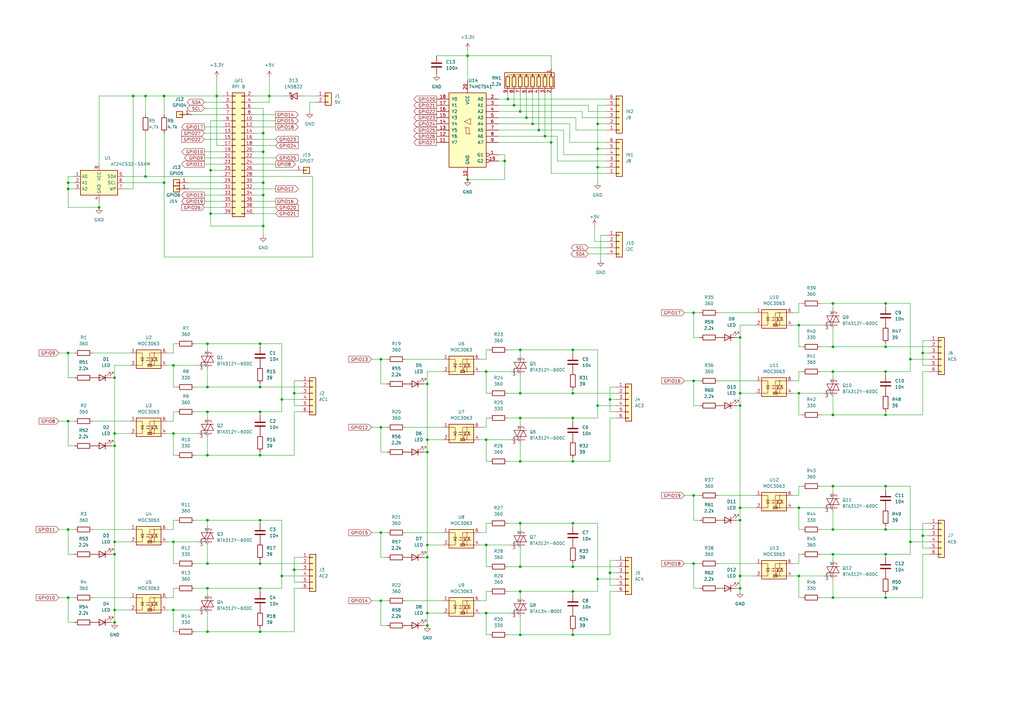
<source format=kicad_sch>
(kicad_sch (version 20231120) (generator "eeschema") (generator_version "8.0")
  (paper "A3")
  (junction (at 284.48 231.14))
  (junction (at 341.63 124.46))
  (junction (at 199.39 180.34))
  (junction (at 284.48 128.27))
  (junction (at 226.06 58.42))
  (junction (at 46.99 154.94))
  (junction (at 303.53 138.43))
  (junction (at 88.9 39.37))
  (junction (at 156.21 246.38))
  (junction (at 341.63 170.18))
  (junction (at 341.63 142.24))
  (junction (at 213.36 171.45))
  (junction (at 85.09 186.69))
  (junction (at 85.09 140.97))
  (junction (at 59.69 39.37))
  (junction (at 27.94 217.17))
  (junction (at 156.21 175.26))
  (junction (at 327.66 161.29))
  (junction (at 213.36 161.29))
  (junction (at 107.95 92.71))
  (junction (at 250.19 234.95))
  (junction (at 59.69 72.39))
  (junction (at 71.12 177.8))
  (junction (at 303.53 241.3))
  (junction (at 71.12 149.86))
  (junction (at 234.95 242.57))
  (junction (at 234.95 260.35))
  (junction (at 85.09 231.14))
  (junction (at 27.94 74.93))
  (junction (at 27.94 172.72))
  (junction (at 107.95 62.23))
  (junction (at 175.26 256.54))
  (junction (at 27.94 77.47))
  (junction (at 234.95 161.29))
  (junction (at 85.09 259.08))
  (junction (at 199.39 152.4))
  (junction (at 85.09 168.91))
  (junction (at 378.46 219.71))
  (junction (at 115.57 163.83))
  (junction (at 71.12 222.25))
  (junction (at 86.36 87.63))
  (junction (at 46.99 177.8))
  (junction (at 327.66 133.35))
  (junction (at 106.68 231.14))
  (junction (at 363.22 142.24))
  (junction (at 191.77 22.86))
  (junction (at 363.22 170.18))
  (junction (at 363.22 217.17))
  (junction (at 213.36 242.57))
  (junction (at 120.65 161.29))
  (junction (at 327.66 208.28))
  (junction (at 175.26 157.48))
  (junction (at 378.46 144.78))
  (junction (at 120.65 233.68))
  (junction (at 110.49 39.37))
  (junction (at 215.9 48.26))
  (junction (at 245.11 60.96))
  (junction (at 213.36 232.41))
  (junction (at 106.68 186.69))
  (junction (at 245.11 50.8))
  (junction (at 106.68 158.75))
  (junction (at 54.61 39.37))
  (junction (at 199.39 251.46))
  (junction (at 303.53 213.36))
  (junction (at 85.09 158.75))
  (junction (at 213.36 45.72))
  (junction (at 213.36 143.51))
  (junction (at 373.38 222.25))
  (junction (at 223.52 55.88))
  (junction (at 85.09 241.3))
  (junction (at 303.53 208.28))
  (junction (at 210.82 43.18))
  (junction (at 363.22 245.11))
  (junction (at 234.95 189.23))
  (junction (at 250.19 163.83))
  (junction (at 67.31 39.37))
  (junction (at 327.66 236.22))
  (junction (at 27.94 245.11))
  (junction (at 106.68 140.97))
  (junction (at 207.01 66.04))
  (junction (at 46.99 255.27))
  (junction (at 213.36 189.23))
  (junction (at 46.99 227.33))
  (junction (at 156.21 147.32))
  (junction (at 106.68 259.08))
  (junction (at 107.95 54.61))
  (junction (at 341.63 227.33))
  (junction (at 220.98 53.34))
  (junction (at 175.26 223.52))
  (junction (at 245.11 68.58))
  (junction (at 175.26 251.46))
  (junction (at 363.22 152.4))
  (junction (at 67.31 74.93))
  (junction (at 213.36 214.63))
  (junction (at 46.99 250.19))
  (junction (at 46.99 182.88))
  (junction (at 199.39 223.52))
  (junction (at 284.48 156.21))
  (junction (at 284.48 203.2))
  (junction (at 71.12 250.19))
  (junction (at 27.94 144.78))
  (junction (at 115.57 236.22))
  (junction (at 363.22 199.39))
  (junction (at 234.95 143.51))
  (junction (at 106.68 213.36))
  (junction (at 175.26 228.6))
  (junction (at 106.68 168.91))
  (junction (at 303.53 236.22))
  (junction (at 245.11 166.37))
  (junction (at 107.95 74.93))
  (junction (at 303.53 161.29))
  (junction (at 234.95 214.63))
  (junction (at 341.63 199.39))
  (junction (at 218.44 50.8))
  (junction (at 341.63 245.11))
  (junction (at 234.95 171.45))
  (junction (at 245.11 237.49))
  (junction (at 363.22 227.33))
  (junction (at 213.36 260.35))
  (junction (at 191.77 73.66))
  (junction (at 175.26 180.34))
  (junction (at 208.28 40.64))
  (junction (at 363.22 124.46))
  (junction (at 86.36 69.85))
  (junction (at 40.64 85.09))
  (junction (at 373.38 147.32))
  (junction (at 234.95 232.41))
  (junction (at 341.63 217.17))
  (junction (at 341.63 152.4))
  (junction (at 156.21 218.44))
  (junction (at 106.68 241.3))
  (junction (at 107.95 80.01))
  (junction (at 85.09 213.36))
  (junction (at 303.53 166.37))
  (junction (at 46.99 222.25))
  (junction (at 175.26 185.42))
  (wire (pts (xy 27.94 182.88) (xy 27.94 172.72)))
  (wire (pts (xy 77.47 77.47) (xy 91.44 77.47)))
  (wire (pts (xy 120.65 166.37) (xy 123.19 166.37)))
  (wire (pts (xy 245.11 50.8) (xy 245.11 60.96)))
  (wire (pts (xy 226.06 58.42) (xy 226.06 71.12)))
  (wire (pts (xy 175.26 223.52) (xy 175.26 228.6)))
  (wire (pts (xy 294.64 203.2) (xy 309.88 203.2)))
  (wire (pts (xy 245.11 50.8) (xy 248.92 50.8)))
  (wire (pts (xy 302.26 166.37) (xy 303.53 166.37)))
  (wire (pts (xy 199.39 246.38) (xy 196.85 246.38)))
  (wire (pts (xy 252.73 158.75) (xy 250.19 158.75)))
  (wire (pts (xy 45.72 154.94) (xy 46.99 154.94)))
  (wire (pts (xy 166.37 246.38) (xy 181.61 246.38)))
  (wire (pts (xy 341.63 152.4) (xy 341.63 154.94)))
  (wire (pts (xy 68.58 250.19) (xy 71.12 250.19)))
  (wire (pts (xy 327.66 227.33) (xy 327.66 231.14)))
  (wire (pts (xy 175.26 228.6) (xy 175.26 251.46)))
  (wire (pts (xy 218.44 38.1) (xy 218.44 50.8)))
  (wire (pts (xy 341.63 217.17) (xy 363.22 217.17)))
  (wire (pts (xy 83.82 44.45) (xy 91.44 44.45)))
  (wire (pts (xy 115.57 140.97) (xy 115.57 163.83)))
  (wire (pts (xy 248.92 99.06) (xy 243.84 99.06)))
  (wire (pts (xy 83.82 80.01) (xy 91.44 80.01)))
  (wire (pts (xy 173.99 185.42) (xy 175.26 185.42)))
  (wire (pts (xy 30.48 255.27) (xy 27.94 255.27)))
  (wire (pts (xy 199.39 180.34) (xy 209.55 180.34)))
  (wire (pts (xy 336.55 170.18) (xy 341.63 170.18)))
  (wire (pts (xy 107.95 62.23) (xy 107.95 74.93)))
  (wire (pts (xy 336.55 199.39) (xy 341.63 199.39)))
  (wire (pts (xy 325.12 208.28) (xy 327.66 208.28)))
  (wire (pts (xy 208.28 242.57) (xy 213.36 242.57)))
  (wire (pts (xy 120.65 161.29) (xy 123.19 161.29)))
  (wire (pts (xy 179.07 22.86) (xy 191.77 22.86)))
  (wire (pts (xy 228.6 66.04) (xy 248.92 66.04)))
  (wire (pts (xy 27.94 144.78) (xy 30.48 144.78)))
  (wire (pts (xy 104.14 85.09) (xy 113.03 85.09)))
  (wire (pts (xy 106.68 140.97) (xy 106.68 142.24)))
  (wire (pts (xy 68.58 222.25) (xy 71.12 222.25)))
  (wire (pts (xy 50.8 72.39) (xy 59.69 72.39)))
  (wire (pts (xy 303.53 208.28) (xy 303.53 213.36)))
  (wire (pts (xy 27.94 72.39) (xy 27.94 74.93)))
  (wire (pts (xy 303.53 241.3) (xy 303.53 242.57)))
  (wire (pts (xy 363.22 168.91) (xy 363.22 170.18)))
  (wire (pts (xy 373.38 222.25) (xy 381 222.25)))
  (wire (pts (xy 196.85 152.4) (xy 199.39 152.4)))
  (wire (pts (xy 215.9 38.1) (xy 215.9 48.26)))
  (wire (pts (xy 106.68 185.42) (xy 106.68 186.69)))
  (wire (pts (xy 115.57 213.36) (xy 115.57 236.22)))
  (wire (pts (xy 104.14 44.45) (xy 107.95 44.45)))
  (wire (pts (xy 156.21 185.42) (xy 156.21 175.26)))
  (wire (pts (xy 104.14 74.93) (xy 107.95 74.93)))
  (wire (pts (xy 378.46 224.79) (xy 381 224.79)))
  (wire (pts (xy 27.94 172.72) (xy 30.48 172.72)))
  (wire (pts (xy 378.46 214.63) (xy 378.46 219.71)))
  (wire (pts (xy 199.39 260.35) (xy 200.66 260.35)))
  (wire (pts (xy 284.48 231.14) (xy 287.02 231.14)))
  (wire (pts (xy 71.12 149.86) (xy 71.12 158.75)))
  (wire (pts (xy 104.14 39.37) (xy 110.49 39.37)))
  (wire (pts (xy 128.27 105.41) (xy 67.31 105.41)))
  (wire (pts (xy 27.94 255.27) (xy 27.94 245.11)))
  (wire (pts (xy 59.69 54.61) (xy 59.69 72.39)))
  (wire (pts (xy 336.55 124.46) (xy 341.63 124.46)))
  (wire (pts (xy 24.13 172.72) (xy 27.94 172.72)))
  (wire (pts (xy 45.72 182.88) (xy 46.99 182.88)))
  (wire (pts (xy 250.19 171.45) (xy 250.19 189.23)))
  (wire (pts (xy 120.65 241.3) (xy 120.65 259.08)))
  (wire (pts (xy 191.77 73.66) (xy 207.01 73.66)))
  (wire (pts (xy 328.93 227.33) (xy 327.66 227.33)))
  (wire (pts (xy 325.12 236.22) (xy 327.66 236.22)))
  (wire (pts (xy 363.22 217.17) (xy 381 217.17)))
  (wire (pts (xy 78.74 46.99) (xy 91.44 46.99)))
  (wire (pts (xy 104.14 54.61) (xy 107.95 54.61)))
  (wire (pts (xy 71.12 168.91) (xy 71.12 172.72)))
  (wire (pts (xy 156.21 218.44) (xy 158.75 218.44)))
  (wire (pts (xy 71.12 213.36) (xy 71.12 217.17)))
  (wire (pts (xy 245.11 237.49) (xy 252.73 237.49)))
  (wire (pts (xy 245.11 143.51) (xy 234.95 143.51)))
  (wire (pts (xy 213.36 181.61) (xy 213.36 189.23)))
  (wire (pts (xy 67.31 105.41) (xy 67.31 74.93)))
  (wire (pts (xy 208.28 232.41) (xy 213.36 232.41)))
  (wire (pts (xy 173.99 228.6) (xy 175.26 228.6)))
  (wire (pts (xy 213.36 153.67) (xy 213.36 161.29)))
  (wire (pts (xy 115.57 140.97) (xy 106.68 140.97)))
  (wire (pts (xy 181.61 180.34) (xy 175.26 180.34)))
  (wire (pts (xy 213.36 242.57) (xy 234.95 242.57)))
  (wire (pts (xy 86.36 92.71) (xy 86.36 87.63)))
  (wire (pts (xy 38.1 217.17) (xy 53.34 217.17)))
  (wire (pts (xy 226.06 71.12) (xy 248.92 71.12)))
  (wire (pts (xy 88.9 39.37) (xy 88.9 59.69)))
  (wire (pts (xy 72.39 241.3) (xy 71.12 241.3)))
  (wire (pts (xy 341.63 124.46) (xy 363.22 124.46)))
  (wire (pts (xy 54.61 39.37) (xy 40.64 39.37)))
  (wire (pts (xy 363.22 227.33) (xy 363.22 228.6)))
  (wire (pts (xy 40.64 85.09) (xy 27.94 85.09)))
  (wire (pts (xy 85.09 158.75) (xy 106.68 158.75)))
  (wire (pts (xy 104.14 49.53) (xy 113.03 49.53)))
  (wire (pts (xy 234.95 231.14) (xy 234.95 232.41)))
  (wire (pts (xy 27.94 245.11) (xy 30.48 245.11)))
  (wire (pts (xy 213.36 214.63) (xy 213.36 217.17)))
  (wire (pts (xy 45.72 227.33) (xy 46.99 227.33)))
  (wire (pts (xy 85.09 140.97) (xy 85.09 143.51)))
  (wire (pts (xy 175.26 152.4) (xy 175.26 157.48)))
  (wire (pts (xy 24.13 217.17) (xy 27.94 217.17)))
  (wire (pts (xy 363.22 140.97) (xy 363.22 142.24)))
  (wire (pts (xy 104.14 80.01) (xy 107.95 80.01)))
  (wire (pts (xy 68.58 177.8) (xy 71.12 177.8)))
  (wire (pts (xy 231.14 63.5) (xy 248.92 63.5)))
  (wire (pts (xy 38.1 144.78) (xy 53.34 144.78)))
  (wire (pts (xy 234.95 242.57) (xy 234.95 243.84)))
  (wire (pts (xy 325.12 133.35) (xy 327.66 133.35)))
  (wire (pts (xy 85.09 179.07) (xy 85.09 186.69)))
  (wire (pts (xy 248.92 60.96) (xy 245.11 60.96)))
  (wire (pts (xy 106.68 241.3) (xy 106.68 242.57)))
  (wire (pts (xy 115.57 236.22) (xy 123.19 236.22)))
  (wire (pts (xy 223.52 38.1) (xy 223.52 55.88)))
  (wire (pts (xy 85.09 213.36) (xy 106.68 213.36)))
  (wire (pts (xy 40.64 82.55) (xy 40.64 85.09)))
  (wire (pts (xy 72.39 168.91) (xy 71.12 168.91)))
  (wire (pts (xy 204.47 53.34) (xy 220.98 53.34)))
  (wire (pts (xy 46.99 177.8) (xy 46.99 182.88)))
  (wire (pts (xy 104.14 46.99) (xy 113.03 46.99)))
  (wire (pts (xy 175.26 251.46) (xy 175.26 256.54)))
  (wire (pts (xy 104.14 67.31) (xy 113.03 67.31)))
  (wire (pts (xy 280.67 203.2) (xy 284.48 203.2)))
  (wire (pts (xy 85.09 241.3) (xy 85.09 243.84)))
  (wire (pts (xy 328.93 124.46) (xy 327.66 124.46)))
  (wire (pts (xy 71.12 172.72) (xy 68.58 172.72)))
  (wire (pts (xy 115.57 168.91) (xy 106.68 168.91)))
  (wire (pts (xy 67.31 39.37) (xy 67.31 46.99)))
  (wire (pts (xy 158.75 256.54) (xy 156.21 256.54)))
  (wire (pts (xy 250.19 240.03) (xy 252.73 240.03)))
  (wire (pts (xy 30.48 77.47) (xy 27.94 77.47)))
  (wire (pts (xy 115.57 163.83) (xy 115.57 168.91)))
  (wire (pts (xy 280.67 156.21) (xy 284.48 156.21)))
  (wire (pts (xy 85.09 213.36) (xy 85.09 215.9)))
  (wire (pts (xy 245.11 171.45) (xy 234.95 171.45)))
  (wire (pts (xy 199.39 189.23) (xy 200.66 189.23)))
  (wire (pts (xy 204.47 48.26) (xy 215.9 48.26)))
  (wire (pts (xy 129.54 41.91) (xy 127 41.91)))
  (wire (pts (xy 38.1 172.72) (xy 53.34 172.72)))
  (wire (pts (xy 59.69 72.39) (xy 91.44 72.39)))
  (wire (pts (xy 166.37 218.44) (xy 181.61 218.44)))
  (wire (pts (xy 115.57 213.36) (xy 106.68 213.36)))
  (wire (pts (xy 156.21 256.54) (xy 156.21 246.38)))
  (wire (pts (xy 54.61 39.37) (xy 54.61 77.47)))
  (wire (pts (xy 86.36 49.53) (xy 91.44 49.53)))
  (wire (pts (xy 241.3 104.14) (xy 248.92 104.14)))
  (wire (pts (xy 250.19 229.87) (xy 250.19 234.95)))
  (wire (pts (xy 50.8 74.93) (xy 67.31 74.93)))
  (wire (pts (xy 373.38 124.46) (xy 363.22 124.46)))
  (wire (pts (xy 245.11 214.63) (xy 234.95 214.63)))
  (wire (pts (xy 123.19 156.21) (xy 120.65 156.21)))
  (wire (pts (xy 234.95 259.08) (xy 234.95 260.35)))
  (wire (pts (xy 327.66 245.11) (xy 328.93 245.11)))
  (wire (pts (xy 85.09 251.46) (xy 85.09 259.08)))
  (wire (pts (xy 234.95 189.23) (xy 250.19 189.23)))
  (wire (pts (xy 77.47 74.93) (xy 91.44 74.93)))
  (wire (pts (xy 196.85 180.34) (xy 199.39 180.34)))
  (wire (pts (xy 341.63 245.11) (xy 363.22 245.11)))
  (wire (pts (xy 327.66 152.4) (xy 327.66 156.21)))
  (wire (pts (xy 110.49 39.37) (xy 116.84 39.37)))
  (wire (pts (xy 210.82 43.18) (xy 241.3 43.18)))
  (wire (pts (xy 213.36 38.1) (xy 213.36 45.72)))
  (wire (pts (xy 248.92 96.52) (xy 246.38 96.52)))
  (wire (pts (xy 91.44 59.69) (xy 88.9 59.69)))
  (wire (pts (xy 250.19 168.91) (xy 252.73 168.91)))
  (wire (pts (xy 191.77 20.32) (xy 191.77 22.86)))
  (wire (pts (xy 303.53 133.35) (xy 303.53 138.43)))
  (wire (pts (xy 284.48 203.2) (xy 287.02 203.2)))
  (wire (pts (xy 328.93 199.39) (xy 327.66 199.39)))
  (wire (pts (xy 373.38 227.33) (xy 363.22 227.33)))
  (wire (pts (xy 152.4 246.38) (xy 156.21 246.38)))
  (wire (pts (xy 120.65 233.68) (xy 120.65 238.76)))
  (wire (pts (xy 27.94 154.94) (xy 27.94 144.78)))
  (wire (pts (xy 124.46 39.37) (xy 129.54 39.37)))
  (wire (pts (xy 336.55 142.24) (xy 341.63 142.24)))
  (wire (pts (xy 199.39 152.4) (xy 209.55 152.4)))
  (wire (pts (xy 86.36 69.85) (xy 91.44 69.85)))
  (wire (pts (xy 30.48 154.94) (xy 27.94 154.94)))
  (wire (pts (xy 199.39 171.45) (xy 199.39 175.26)))
  (wire (pts (xy 156.21 228.6) (xy 156.21 218.44)))
  (wire (pts (xy 71.12 250.19) (xy 71.12 259.08)))
  (wire (pts (xy 378.46 144.78) (xy 381 144.78)))
  (wire (pts (xy 341.63 227.33) (xy 341.63 229.87)))
  (wire (pts (xy 71.12 250.19) (xy 81.28 250.19)))
  (wire (pts (xy 27.94 74.93) (xy 30.48 74.93)))
  (wire (pts (xy 373.38 152.4) (xy 363.22 152.4)))
  (wire (pts (xy 200.66 214.63) (xy 199.39 214.63)))
  (wire (pts (xy 204.47 55.88) (xy 223.52 55.88)))
  (wire (pts (xy 68.58 149.86) (xy 71.12 149.86)))
  (wire (pts (xy 199.39 223.52) (xy 209.55 223.52)))
  (wire (pts (xy 309.88 161.29) (xy 303.53 161.29)))
  (wire (pts (xy 238.76 45.72) (xy 238.76 48.26)))
  (wire (pts (xy 71.12 241.3) (xy 71.12 245.11)))
  (wire (pts (xy 208.28 40.64) (xy 248.92 40.64)))
  (wire (pts (xy 104.14 57.15) (xy 113.03 57.15)))
  (wire (pts (xy 38.1 245.11) (xy 53.34 245.11)))
  (wire (pts (xy 245.11 214.63) (xy 245.11 237.49)))
  (wire (pts (xy 152.4 147.32) (xy 156.21 147.32)))
  (wire (pts (xy 363.22 142.24) (xy 381 142.24)))
  (wire (pts (xy 85.09 241.3) (xy 106.68 241.3)))
  (wire (pts (xy 302.26 241.3) (xy 303.53 241.3)))
  (wire (pts (xy 204.47 58.42) (xy 226.06 58.42)))
  (wire (pts (xy 252.73 229.87) (xy 250.19 229.87)))
  (wire (pts (xy 220.98 38.1) (xy 220.98 53.34)))
  (wire (pts (xy 250.19 163.83) (xy 252.73 163.83)))
  (wire (pts (xy 246.38 96.52) (xy 246.38 106.68)))
  (wire (pts (xy 208.28 214.63) (xy 213.36 214.63)))
  (wire (pts (xy 199.39 242.57) (xy 199.39 246.38)))
  (wire (pts (xy 336.55 227.33) (xy 341.63 227.33)))
  (wire (pts (xy 309.88 208.28) (xy 303.53 208.28)))
  (wire (pts (xy 80.01 241.3) (xy 85.09 241.3)))
  (wire (pts (xy 120.65 156.21) (xy 120.65 161.29)))
  (wire (pts (xy 284.48 138.43) (xy 284.48 128.27)))
  (wire (pts (xy 302.26 213.36) (xy 303.53 213.36)))
  (wire (pts (xy 204.47 63.5) (xy 207.01 63.5)))
  (wire (pts (xy 85.09 168.91) (xy 85.09 171.45)))
  (wire (pts (xy 327.66 142.24) (xy 328.93 142.24)))
  (wire (pts (xy 245.11 237.49) (xy 245.11 242.57)))
  (wire (pts (xy 373.38 199.39) (xy 373.38 222.25)))
  (wire (pts (xy 245.11 68.58) (xy 245.11 74.93)))
  (wire (pts (xy 287.02 138.43) (xy 284.48 138.43)))
  (wire (pts (xy 27.94 77.47) (xy 27.94 74.93)))
  (wire (pts (xy 80.01 231.14) (xy 85.09 231.14)))
  (wire (pts (xy 381 139.7) (xy 378.46 139.7)))
  (wire (pts (xy 107.95 44.45) (xy 107.95 54.61)))
  (wire (pts (xy 71.12 158.75) (xy 72.39 158.75)))
  (wire (pts (xy 175.26 180.34) (xy 175.26 185.42)))
  (wire (pts (xy 303.53 166.37) (xy 303.53 208.28)))
  (wire (pts (xy 27.94 227.33) (xy 27.94 217.17)))
  (wire (pts (xy 104.14 52.07) (xy 113.03 52.07)))
  (wire (pts (xy 363.22 245.11) (xy 378.46 245.11)))
  (wire (pts (xy 208.28 189.23) (xy 213.36 189.23)))
  (wire (pts (xy 220.98 53.34) (xy 231.14 53.34)))
  (wire (pts (xy 104.14 82.55) (xy 113.03 82.55)))
  (wire (pts (xy 363.22 170.18) (xy 378.46 170.18)))
  (wire (pts (xy 204.47 43.18) (xy 210.82 43.18)))
  (wire (pts (xy 50.8 77.47) (xy 54.61 77.47)))
  (wire (pts (xy 336.55 152.4) (xy 341.63 152.4)))
  (wire (pts (xy 71.12 217.17) (xy 68.58 217.17)))
  (wire (pts (xy 309.88 236.22) (xy 303.53 236.22)))
  (wire (pts (xy 156.21 147.32) (xy 158.75 147.32)))
  (wire (pts (xy 88.9 39.37) (xy 67.31 39.37)))
  (wire (pts (xy 46.99 227.33) (xy 46.99 250.19)))
  (wire (pts (xy 83.82 57.15) (xy 91.44 57.15)))
  (wire (pts (xy 341.63 162.56) (xy 341.63 170.18)))
  (wire (pts (xy 213.36 45.72) (xy 238.76 45.72)))
  (wire (pts (xy 120.65 168.91) (xy 120.65 186.69)))
  (wire (pts (xy 336.55 217.17) (xy 341.63 217.17)))
  (wire (pts (xy 378.46 219.71) (xy 378.46 224.79)))
  (wire (pts (xy 341.63 142.24) (xy 363.22 142.24)))
  (wire (pts (xy 71.12 222.25) (xy 81.28 222.25)))
  (wire (pts (xy 107.95 74.93) (xy 107.95 80.01)))
  (wire (pts (xy 284.48 128.27) (xy 287.02 128.27)))
  (wire (pts (xy 327.66 124.46) (xy 327.66 128.27)))
  (wire (pts (xy 24.13 245.11) (xy 27.94 245.11)))
  (wire (pts (xy 71.12 222.25) (xy 71.12 231.14)))
  (wire (pts (xy 120.65 228.6) (xy 120.65 233.68)))
  (wire (pts (xy 71.12 259.08) (xy 72.39 259.08)))
  (wire (pts (xy 234.95 160.02) (xy 234.95 161.29)))
  (wire (pts (xy 104.14 62.23) (xy 107.95 62.23)))
  (wire (pts (xy 213.36 260.35) (xy 234.95 260.35)))
  (wire (pts (xy 199.39 143.51) (xy 199.39 147.32)))
  (wire (pts (xy 241.3 45.72) (xy 248.92 45.72)))
  (wire (pts (xy 71.12 245.11) (xy 68.58 245.11)))
  (wire (pts (xy 71.12 149.86) (xy 81.28 149.86)))
  (wire (pts (xy 245.11 143.51) (xy 245.11 166.37)))
  (wire (pts (xy 107.95 80.01) (xy 107.95 92.71)))
  (wire (pts (xy 196.85 223.52) (xy 199.39 223.52)))
  (wire (pts (xy 302.26 138.43) (xy 303.53 138.43)))
  (wire (pts (xy 250.19 158.75) (xy 250.19 163.83)))
  (wire (pts (xy 363.22 152.4) (xy 363.22 153.67)))
  (wire (pts (xy 200.66 242.57) (xy 199.39 242.57)))
  (wire (pts (xy 40.64 39.37) (xy 40.64 67.31)))
  (wire (pts (xy 27.94 85.09) (xy 27.94 77.47)))
  (wire (pts (xy 83.82 62.23) (xy 91.44 62.23)))
  (wire (pts (xy 363.22 199.39) (xy 363.22 200.66)))
  (wire (pts (xy 208.28 171.45) (xy 213.36 171.45)))
  (wire (pts (xy 110.49 31.75) (xy 110.49 39.37)))
  (wire (pts (xy 327.66 161.29) (xy 327.66 170.18)))
  (wire (pts (xy 173.99 157.48) (xy 175.26 157.48)))
  (wire (pts (xy 245.11 43.18) (xy 245.11 50.8)))
  (wire (pts (xy 341.63 199.39) (xy 363.22 199.39)))
  (wire (pts (xy 250.19 234.95) (xy 252.73 234.95)))
  (wire (pts (xy 363.22 215.9) (xy 363.22 217.17)))
  (wire (pts (xy 373.38 147.32) (xy 373.38 152.4)))
  (wire (pts (xy 24.13 144.78) (xy 27.94 144.78)))
  (wire (pts (xy 243.84 99.06) (xy 243.84 92.71)))
  (wire (pts (xy 213.36 242.57) (xy 213.36 245.11)))
  (wire (pts (xy 80.01 140.97) (xy 85.09 140.97)))
  (wire (pts (xy 53.34 222.25) (xy 46.99 222.25)))
  (wire (pts (xy 327.66 199.39) (xy 327.66 203.2)))
  (wire (pts (xy 341.63 227.33) (xy 363.22 227.33)))
  (wire (pts (xy 341.63 124.46) (xy 341.63 127)))
  (wire (pts (xy 106.68 229.87) (xy 106.68 231.14)))
  (wire (pts (xy 85.09 140.97) (xy 106.68 140.97)))
  (wire (pts (xy 199.39 152.4) (xy 199.39 161.29)))
  (wire (pts (xy 181.61 251.46) (xy 175.26 251.46)))
  (wire (pts (xy 234.95 171.45) (xy 234.95 172.72)))
  (wire (pts (xy 199.39 161.29) (xy 200.66 161.29)))
  (wire (pts (xy 328.93 152.4) (xy 327.66 152.4)))
  (wire (pts (xy 85.09 223.52) (xy 85.09 231.14)))
  (wire (pts (xy 378.46 152.4) (xy 378.46 170.18)))
  (wire (pts (xy 123.19 228.6) (xy 120.65 228.6)))
  (wire (pts (xy 381 214.63) (xy 378.46 214.63)))
  (wire (pts (xy 80.01 213.36) (xy 85.09 213.36)))
  (wire (pts (xy 284.48 156.21) (xy 287.02 156.21)))
  (wire (pts (xy 30.48 182.88) (xy 27.94 182.88)))
  (wire (pts (xy 327.66 236.22) (xy 337.82 236.22)))
  (wire (pts (xy 199.39 232.41) (xy 200.66 232.41)))
  (wire (pts (xy 378.46 219.71) (xy 381 219.71)))
  (wire (pts (xy 72.39 140.97) (xy 71.12 140.97)))
  (wire (pts (xy 218.44 50.8) (xy 233.68 50.8)))
  (wire (pts (xy 213.36 189.23) (xy 234.95 189.23)))
  (wire (pts (xy 252.73 171.45) (xy 250.19 171.45)))
  (wire (pts (xy 67.31 54.61) (xy 67.31 74.93)))
  (wire (pts (xy 284.48 166.37) (xy 284.48 156.21)))
  (wire (pts (xy 106.68 186.69) (xy 120.65 186.69)))
  (wire (pts (xy 30.48 227.33) (xy 27.94 227.33)))
  (wire (pts (xy 158.75 157.48) (xy 156.21 157.48)))
  (wire (pts (xy 207.01 66.04) (xy 204.47 66.04)))
  (wire (pts (xy 71.12 231.14) (xy 72.39 231.14)))
  (wire (pts (xy 175.26 157.48) (xy 175.26 180.34)))
  (wire (pts (xy 226.06 22.86) (xy 226.06 27.94)))
  (wire (pts (xy 196.85 251.46) (xy 199.39 251.46)))
  (wire (pts (xy 241.3 43.18) (xy 241.3 45.72)))
  (wire (pts (xy 341.63 170.18) (xy 363.22 170.18)))
  (wire (pts (xy 199.39 218.44) (xy 196.85 218.44)))
  (wire (pts (xy 107.95 92.71) (xy 86.36 92.71)))
  (wire (pts (xy 191.77 22.86) (xy 191.77 33.02)))
  (wire (pts (xy 107.95 54.61) (xy 107.95 62.23)))
  (wire (pts (xy 204.47 45.72) (xy 213.36 45.72)))
  (wire (pts (xy 252.73 242.57) (xy 250.19 242.57)))
  (wire (pts (xy 280.67 231.14) (xy 284.48 231.14)))
  (wire (pts (xy 250.19 163.83) (xy 250.19 168.91)))
  (wire (pts (xy 341.63 134.62) (xy 341.63 142.24)))
  (wire (pts (xy 156.21 175.26) (xy 158.75 175.26)))
  (wire (pts (xy 378.46 139.7) (xy 378.46 144.78)))
  (wire (pts (xy 381 152.4) (xy 378.46 152.4)))
  (wire (pts (xy 378.46 149.86) (xy 381 149.86)))
  (wire (pts (xy 59.69 39.37) (xy 59.69 46.99)))
  (wire (pts (xy 327.66 156.21) (xy 325.12 156.21)))
  (wire (pts (xy 104.14 87.63) (xy 113.03 87.63)))
  (wire (pts (xy 327.66 170.18) (xy 328.93 170.18)))
  (wire (pts (xy 363.22 243.84) (xy 363.22 245.11)))
  (wire (pts (xy 83.82 85.09) (xy 91.44 85.09)))
  (wire (pts (xy 83.82 54.61) (xy 91.44 54.61)))
  (wire (pts (xy 152.4 175.26) (xy 156.21 175.26)))
  (wire (pts (xy 71.12 186.69) (xy 72.39 186.69)))
  (wire (pts (xy 86.36 87.63) (xy 86.36 69.85)))
  (wire (pts (xy 327.66 203.2) (xy 325.12 203.2)))
  (wire (pts (xy 341.63 199.39) (xy 341.63 201.93)))
  (wire (pts (xy 80.01 259.08) (xy 85.09 259.08)))
  (wire (pts (xy 378.46 227.33) (xy 378.46 245.11)))
  (wire (pts (xy 83.82 52.07) (xy 91.44 52.07)))
  (wire (pts (xy 166.37 147.32) (xy 181.61 147.32)))
  (wire (pts (xy 166.37 175.26) (xy 181.61 175.26)))
  (wire (pts (xy 199.39 251.46) (xy 209.55 251.46)))
  (wire (pts (xy 104.14 77.47) (xy 113.03 77.47)))
  (wire (pts (xy 208.28 260.35) (xy 213.36 260.35)))
  (wire (pts (xy 341.63 209.55) (xy 341.63 217.17)))
  (wire (pts (xy 199.39 251.46) (xy 199.39 260.35)))
  (wire (pts (xy 234.95 214.63) (xy 234.95 215.9)))
  (wire (pts (xy 341.63 237.49) (xy 341.63 245.11)))
  (wire (pts (xy 287.02 213.36) (xy 284.48 213.36)))
  (wire (pts (xy 287.02 241.3) (xy 284.48 241.3)))
  (wire (pts (xy 104.14 72.39) (xy 128.27 72.39)))
  (wire (pts (xy 245.11 166.37) (xy 245.11 171.45)))
  (wire (pts (xy 213.36 171.45) (xy 234.95 171.45)))
  (wire (pts (xy 46.99 250.19) (xy 46.99 255.27)))
  (wire (pts (xy 67.31 39.37) (xy 59.69 39.37)))
  (wire (pts (xy 83.82 41.91) (xy 91.44 41.91)))
  (wire (pts (xy 233.68 58.42) (xy 248.92 58.42)))
  (wire (pts (xy 110.49 39.37) (xy 110.49 41.91)))
  (wire (pts (xy 106.68 257.81) (xy 106.68 259.08)))
  (wire (pts (xy 213.36 214.63) (xy 234.95 214.63)))
  (wire (pts (xy 158.75 228.6) (xy 156.21 228.6)))
  (wire (pts (xy 236.22 48.26) (xy 236.22 53.34)))
  (wire (pts (xy 80.01 158.75) (xy 85.09 158.75)))
  (wire (pts (xy 284.48 213.36) (xy 284.48 203.2)))
  (wire (pts (xy 54.61 39.37) (xy 59.69 39.37)))
  (wire (pts (xy 128.27 72.39) (xy 128.27 105.41)))
  (wire (pts (xy 234.95 187.96) (xy 234.95 189.23)))
  (wire (pts (xy 228.6 55.88) (xy 228.6 66.04)))
  (wire (pts (xy 71.12 144.78) (xy 68.58 144.78)))
  (wire (pts (xy 86.36 69.85) (xy 86.36 49.53)))
  (wire (pts (xy 191.77 22.86) (xy 226.06 22.86)))
  (wire (pts (xy 173.99 256.54) (xy 175.26 256.54)))
  (wire (pts (xy 158.75 185.42) (xy 156.21 185.42)))
  (wire (pts (xy 72.39 213.36) (xy 71.12 213.36)))
  (wire (pts (xy 181.61 223.52) (xy 175.26 223.52)))
  (wire (pts (xy 378.46 144.78) (xy 378.46 149.86)))
  (wire (pts (xy 341.63 152.4) (xy 363.22 152.4)))
  (wire (pts (xy 156.21 246.38) (xy 158.75 246.38)))
  (wire (pts (xy 204.47 40.64) (xy 208.28 40.64)))
  (wire (pts (xy 106.68 213.36) (xy 106.68 214.63)))
  (wire (pts (xy 294.64 231.14) (xy 309.88 231.14)))
  (wire (pts (xy 250.19 242.57) (xy 250.19 260.35)))
  (wire (pts (xy 123.19 241.3) (xy 120.65 241.3)))
  (wire (pts (xy 104.14 59.69) (xy 113.03 59.69)))
  (wire (pts (xy 215.9 48.26) (xy 236.22 48.26)))
  (wire (pts (xy 83.82 82.55) (xy 91.44 82.55)))
  (wire (pts (xy 233.68 50.8) (xy 233.68 58.42)))
  (wire (pts (xy 123.19 168.91) (xy 120.65 168.91)))
  (wire (pts (xy 86.36 87.63) (xy 91.44 87.63)))
  (wire (pts (xy 115.57 236.22) (xy 115.57 241.3)))
  (wire (pts (xy 327.66 161.29) (xy 337.82 161.29)))
  (wire (pts (xy 213.36 252.73) (xy 213.36 260.35)))
  (wire (pts (xy 238.76 48.26) (xy 248.92 48.26)))
  (wire (pts (xy 53.34 177.8) (xy 46.99 177.8)))
  (wire (pts (xy 204.47 50.8) (xy 218.44 50.8)))
  (wire (pts (xy 120.65 233.68) (xy 123.19 233.68)))
  (wire (pts (xy 152.4 218.44) (xy 156.21 218.44)))
  (wire (pts (xy 106.68 168.91) (xy 106.68 170.18)))
  (wire (pts (xy 199.39 214.63) (xy 199.39 218.44)))
  (wire (pts (xy 213.36 171.45) (xy 213.36 173.99)))
  (wire (pts (xy 287.02 166.37) (xy 284.48 166.37)))
  (wire (pts (xy 85.09 231.14) (xy 106.68 231.14)))
  (wire (pts (xy 327.66 208.28) (xy 327.66 217.17)))
  (wire (pts (xy 294.64 156.21) (xy 309.88 156.21)))
  (wire (pts (xy 120.65 238.76) (xy 123.19 238.76)))
  (wire (pts (xy 327.66 133.35) (xy 337.82 133.35)))
  (wire (pts (xy 120.65 161.29) (xy 120.65 166.37)))
  (wire (pts (xy 115.57 163.83) (xy 123.19 163.83)))
  (wire (pts (xy 53.34 149.86) (xy 46.99 149.86)))
  (wire (pts (xy 208.28 38.1) (xy 208.28 40.64)))
  (wire (pts (xy 199.39 147.32) (xy 196.85 147.32)))
  (wire (pts (xy 213.36 224.79) (xy 213.36 232.41)))
  (wire (pts (xy 175.26 185.42) (xy 175.26 223.52)))
  (wire (pts (xy 85.09 259.08) (xy 106.68 259.08)))
  (wire (pts (xy 303.53 236.22) (xy 303.53 241.3)))
  (wire (pts (xy 327.66 231.14) (xy 325.12 231.14)))
  (wire (pts (xy 85.09 151.13) (xy 85.09 158.75)))
  (wire (pts (xy 234.95 232.41) (xy 252.73 232.41)))
  (wire (pts (xy 327.66 133.35) (xy 327.66 142.24)))
  (wire (pts (xy 241.3 101.6) (xy 248.92 101.6)))
  (wire (pts (xy 207.01 63.5) (xy 207.01 66.04)))
  (wire (pts (xy 373.38 222.25) (xy 373.38 227.33)))
  (wire (pts (xy 327.66 208.28) (xy 337.82 208.28)))
  (wire (pts (xy 83.82 64.77) (xy 91.44 64.77)))
  (wire (pts (xy 30.48 72.39) (xy 27.94 72.39)))
  (wire (pts (xy 294.64 128.27) (xy 309.88 128.27)))
  (wire (pts (xy 80.01 186.69) (xy 85.09 186.69)))
  (wire (pts (xy 245.11 242.57) (xy 234.95 242.57)))
  (wire (pts (xy 327.66 217.17) (xy 328.93 217.17)))
  (wire (pts (xy 208.28 161.29) (xy 213.36 161.29)))
  (wire (pts (xy 213.36 161.29) (xy 234.95 161.29)))
  (wire (pts (xy 107.95 92.71) (xy 107.95 96.52)))
  (wire (pts (xy 250.19 234.95) (xy 250.19 240.03)))
  (wire (pts (xy 223.52 55.88) (xy 228.6 55.88)))
  (wire (pts (xy 71.12 177.8) (xy 81.28 177.8)))
  (wire (pts (xy 199.39 180.34) (xy 199.39 189.23)))
  (wire (pts (xy 115.57 241.3) (xy 106.68 241.3)))
  (wire (pts (xy 104.14 69.85) (xy 120.65 69.85)))
  (wire (pts (xy 373.38 147.32) (xy 381 147.32)))
  (wire (pts (xy 325.12 161.29) (xy 327.66 161.29)))
  (wire (pts (xy 231.14 53.34) (xy 231.14 63.5)))
  (wire (pts (xy 327.66 128.27) (xy 325.12 128.27)))
  (wire (pts (xy 213.36 143.51) (xy 234.95 143.51)))
  (wire (pts (xy 303.53 213.36) (xy 303.53 236.22)))
  (wire (pts (xy 363.22 124.46) (xy 363.22 125.73)))
  (wire (pts (xy 85.09 168.91) (xy 106.68 168.91)))
  (wire (pts (xy 106.68 158.75) (xy 123.19 158.75)))
  (wire (pts (xy 208.28 143.51) (xy 213.36 143.51)))
  (wire (pts (xy 27.94 217.17) (xy 30.48 217.17)))
  (wire (pts (xy 88.9 31.75) (xy 88.9 39.37)))
  (wire (pts (xy 200.66 171.45) (xy 199.39 171.45)))
  (wire (pts (xy 71.12 177.8) (xy 71.12 186.69)))
  (wire (pts (xy 104.14 64.77) (xy 113.03 64.77)))
  (wire (pts (xy 245.11 166.37) (xy 252.73 166.37)))
  (wire (pts (xy 373.38 199.39) (xy 363.22 199.39)))
  (wire (pts (xy 245.11 68.58) (xy 248.92 68.58)))
  (wire (pts (xy 71.12 140.97) (xy 71.12 144.78)))
  (wire (pts (xy 80.01 168.91) (xy 85.09 168.91)))
  (wire (pts (xy 199.39 175.26) (xy 196.85 175.26)))
  (wire (pts (xy 213.36 143.51) (xy 213.36 146.05)))
  (wire (pts (xy 45.72 255.27) (xy 46.99 255.27)))
  (wire (pts (xy 234.95 260.35) (xy 250.19 260.35)))
  (wire (pts (xy 373.38 124.46) (xy 373.38 147.32)))
  (wire (pts (xy 327.66 236.22) (xy 327.66 245.11)))
  (wire (pts (xy 234.95 143.51) (xy 234.95 144.78)))
  (wire (pts (xy 280.67 128.27) (xy 284.48 128.27)))
  (wire (pts (xy 106.68 231.14) (xy 123.19 231.14)))
  (wire (pts (xy 46.99 149.86) (xy 46.99 154.94)))
  (wire (pts (xy 106.68 259.08) (xy 120.65 259.08)))
  (wire (pts (xy 236.22 53.34) (xy 248.92 53.34)))
  (wire (pts (xy 83.82 67.31) (xy 91.44 67.31)))
  (wire (pts (xy 46.99 222.25) (xy 46.99 227.33)))
  (wire (pts (xy 199.39 223.52) (xy 199.39 232.41)))
  (wire (pts (xy 284.48 241.3) (xy 284.48 231.14)))
  (wire (pts (xy 46.99 154.94) (xy 46.99 177.8)))
  (wire (pts (xy 104.14 41.91) (xy 110.49 41.91)))
  (wire (pts (xy 303.53 138.43) (xy 303.53 161.29)))
  (wire (pts (xy 156.21 157.48) (xy 156.21 147.32)))
  (wire (pts (xy 106.68 157.48) (xy 106.68 158.75)))
  (wire (pts (xy 336.55 245.11) (xy 341.63 245.11)))
  (wire (pts (xy 381 227.33) (xy 378.46 227.33)))
  (wire (pts (xy 309.88 133.35) (xy 303.53 133.35)))
  (wire (pts (xy 53.34 250.19) (xy 46.99 250.19)))
  (wire (pts (xy 181.61 152.4) (xy 175.26 152.4)))
  (wire (pts (xy 46.99 182.88) (xy 46.99 222.25)))
  (wire (pts (xy 207.01 73.66) (xy 207.01 66.04)))
  (wire (pts (xy 127 41.91) (xy 127 45.72)))
  (wire (pts (xy 213.36 232.41) (xy 234.95 232.41)))
  (wire (pts (xy 85.09 186.69) (xy 106.68 186.69)))
  (wire (pts (xy 226.06 38.1) (xy 226.06 58.42)))
  (wire (pts (xy 200.66 143.51) (xy 199.39 143.51)))
  (wire (pts (xy 234.95 161.29) (xy 252.73 161.29)))
  (wire (pts (xy 248.92 43.18) (xy 245.11 43.18)))
  (wire (pts (xy 210.82 38.1) (xy 210.82 43.18)))
  (wire (pts (xy 88.9 39.37) (xy 91.44 39.37)))
  (wire (pts (xy 303.53 161.29) (xy 303.53 166.37)))
  (wire (pts (xy 245.11 60.96) (xy 245.11 68.58)))
  (global_label "GPIO16" (shape output) (at 113.03 82.55 0) (property "Intersheetrefs" "${INTERSHEET_REFS}" (effects (hide yes))))
  (global_label "GPIO19" (shape output) (at 83.82 82.55 180) (property "Intersheetrefs" "${INTERSHEET_REFS}" (effects (hide yes))))
  (global_label "GPIO13" (shape output) (at 83.82 80.01 180) (property "Intersheetrefs" "${INTERSHEET_REFS}" (effects (hide yes))))
  (global_label "SCL" (shape bidirectional) (at 83.82 44.45 180) (property "Intersheetrefs" "${INTERSHEET_REFS}" (effects (hide yes))))
  (global_label "GPIO18" (shape output) (at 113.03 52.07 0) (property "Intersheetrefs" "${INTERSHEET_REFS}" (effects (hide yes))))
  (global_label "GPIO8" (shape input) (at 24.13 172.72 180) (property "Intersheetrefs" "${INTERSHEET_REFS}" (effects (hide yes))))
  (global_label "GPIO14" (shape output) (at 113.03 46.99 0) (property "Intersheetrefs" "${INTERSHEET_REFS}" (effects (hide yes))))
  (global_label "GPIO12" (shape output) (at 113.03 77.47 0) (property "Intersheetrefs" "${INTERSHEET_REFS}" (effects (hide yes))))
  (global_label "GPIO22" (shape input) (at 83.82 57.15 180) (property "Intersheetrefs" "${INTERSHEET_REFS}" (effects (hide yes))))
  (global_label "GPIO19" (shape input) (at 280.67 203.2 180) (property "Intersheetrefs" "${INTERSHEET_REFS}" (effects (hide yes))))
  (global_label "GPIO18" (shape input) (at 280.67 231.14 180) (property "Intersheetrefs" "${INTERSHEET_REFS}" (effects (hide yes))))
  (global_label "GPIO9" (shape input) (at 24.13 144.78 180) (property "Intersheetrefs" "${INTERSHEET_REFS}" (effects (hide yes))))
  (global_label "SDA" (shape bidirectional) (at 83.82 41.91 180) (property "Intersheetrefs" "${INTERSHEET_REFS}" (effects (hide yes))))
  (global_label "GPIO11" (shape input) (at 24.13 217.17 180) (property "Intersheetrefs" "${INTERSHEET_REFS}" (effects (hide yes))))
  (global_label "GPIO27" (shape output) (at 179.07 58.42 180) (property "Intersheetrefs" "${INTERSHEET_REFS}" (effects (hide yes))))
  (global_label "GPIO22" (shape output) (at 179.07 45.72 180) (property "Intersheetrefs" "${INTERSHEET_REFS}" (effects (hide yes))))
  (global_label "GPIO24" (shape output) (at 179.07 50.8 180) (property "Intersheetrefs" "${INTERSHEET_REFS}" (effects (hide yes))))
  (global_label "GPIO15" (shape input) (at 152.4 218.44 180) (property "Intersheetrefs" "${INTERSHEET_REFS}" (effects (hide yes))))
  (global_label "GPIO14" (shape input) (at 152.4 246.38 180) (property "Intersheetrefs" "${INTERSHEET_REFS}" (effects (hide yes))))
  (global_label "GPIO26" (shape output) (at 179.07 55.88 180) (property "Intersheetrefs" "${INTERSHEET_REFS}" (effects (hide yes))))
  (global_label "GPIO23" (shape output) (at 179.07 48.26 180) (property "Intersheetrefs" "${INTERSHEET_REFS}" (effects (hide yes))))
  (global_label "GPIO17" (shape input) (at 280.67 128.27 180) (property "Intersheetrefs" "${INTERSHEET_REFS}" (effects (hide yes))))
  (global_label "GPIO10" (shape input) (at 24.13 245.11 180) (property "Intersheetrefs" "${INTERSHEET_REFS}" (effects (hide yes))))
  (global_label "GPIO24" (shape input) (at 113.03 59.69 0) (property "Intersheetrefs" "${INTERSHEET_REFS}" (effects (hide yes))))
  (global_label "GPIO17" (shape output) (at 83.82 52.07 180) (property "Intersheetrefs" "${INTERSHEET_REFS}" (effects (hide yes))))
  (global_label "GPIO8" (shape output) (at 113.03 67.31 0) (property "Intersheetrefs" "${INTERSHEET_REFS}" (effects (hide yes))))
  (global_label "GPIO27" (shape input) (at 83.82 54.61 180) (property "Intersheetrefs" "${INTERSHEET_REFS}" (effects (hide yes))))
  (global_label "GPIO23" (shape input) (at 113.03 57.15 0) (property "Intersheetrefs" "${INTERSHEET_REFS}" (effects (hide yes))))
  (global_label "GPIO26" (shape input) (at 83.82 85.09 180) (property "Intersheetrefs" "${INTERSHEET_REFS}" (effects (hide yes))))
  (global_label "GPIO25" (shape output) (at 179.07 53.34 180) (property "Intersheetrefs" "${INTERSHEET_REFS}" (effects (hide yes))))
  (global_label "GPIO16" (shape input) (at 280.67 156.21 180) (property "Intersheetrefs" "${INTERSHEET_REFS}" (effects (hide yes))))
  (global_label "GPIO10" (shape output) (at 83.82 62.23 180) (property "Intersheetrefs" "${INTERSHEET_REFS}" (effects (hide yes))))
  (global_label "GPIO9" (shape output) (at 83.82 64.77 180) (property "Intersheetrefs" "${INTERSHEET_REFS}" (effects (hide yes))))
  (global_label "GPIO15" (shape output) (at 113.03 49.53 0) (property "Intersheetrefs" "${INTERSHEET_REFS}" (effects (hide yes))))
  (global_label "SCL" (shape bidirectional) (at 241.3 101.6 180) (property "Intersheetrefs" "${INTERSHEET_REFS}" (effects (hide yes))))
  (global_label "GPIO25" (shape input) (at 113.03 64.77 0) (property "Intersheetrefs" "${INTERSHEET_REFS}" (effects (hide yes))))
  (global_label "GPIO20" (shape output) (at 179.07 40.64 180) (property "Intersheetrefs" "${INTERSHEET_REFS}" (effects (hide yes))))
  (global_label "GPIO12" (shape input) (at 152.4 175.26 180) (property "Intersheetrefs" "${INTERSHEET_REFS}" (effects (hide yes))))
  (global_label "GPIO21" (shape output) (at 179.07 43.18 180) (property "Intersheetrefs" "${INTERSHEET_REFS}" (effects (hide yes))))
  (global_label "GPIO20" (shape input) (at 113.03 85.09 0) (property "Intersheetrefs" "${INTERSHEET_REFS}" (effects (hide yes))))
  (global_label "GPIO13" (shape input) (at 152.4 147.32 180) (property "Intersheetrefs" "${INTERSHEET_REFS}" (effects (hide yes))))
  (global_label "GPIO11" (shape output) (at 83.82 67.31 180) (property "Intersheetrefs" "${INTERSHEET_REFS}" (effects (hide yes))))
  (global_label "GPIO21" (shape input) (at 113.03 87.63 0) (property "Intersheetrefs" "${INTERSHEET_REFS}" (effects (hide yes))))
  (global_label "SDA" (shape bidirectional) (at 241.3 104.14 180) (property "Intersheetrefs" "${INTERSHEET_REFS}" (effects (hide yes))))
  (symbol (lib_id "Device:R") (at 332.74 142.24 90) (unit 1)
    (property "Reference" "R40" (at 332.74 135.89 90))
    (property "Value" "330" (at 332.74 138.43 90))
    (property "Footprint" "Resistor_SMD:R_1206_3216Metric_Pad1.30x1.75mm_HandSolder" (effects (hide yes)))
  )
  (symbol (lib_id "Triac_Thyristor:BTA16-600BW") (at 85.09 175.26 0) (unit 1)
    (property "Reference" "Q2" (at 88.9 174.5742 0) (effects (justify left)))
    (property "Value" "BTA312Y-600C" (at 88.9 177.1142 0) (effects (justify left)))
    (property "Footprint" "Package_TO_SOT_THT:TO-220-3_Vertical" (effects (hide yes)))
    (property "Datasheet" "https://www.tme.eu/Document/0725263d19e0586e4e0de1c49c62c9a8/bta312y-600c.pdf" (effects (hide yes)))
  )
  (symbol (lib_id "Device:LED") (at 41.91 227.33 180) (unit 1)
    (property "Reference" "D3" (at 43.4975 219.71 0))
    (property "Value" "LED" (at 43.4975 222.25 0))
    (property "Footprint" "LED_THT:LED_D3.0mm" (effects (hide yes)))
  )
  (symbol (lib_id "power:GND") (at 191.77 73.66 0) (unit 1)
    (property "Reference" "#PWR010" (effects (hide yes)))
    (property "Value" "GND" (at 191.77 78.74 0))
  )
  (symbol (lib_id "Device:R") (at 363.22 240.03 180) (unit 1)
    (property "Reference" "R50" (at 365.76 238.76 0) (effects (justify right)))
    (property "Value" "39" (at 365.76 241.3 0) (effects (justify right)))
    (property "Footprint" "Resistor_SMD:R_1206_3216Metric_Pad1.30x1.75mm_HandSolder" (effects (hide yes)))
  )
  (symbol (lib_id "Device:R") (at 234.95 227.33 180) (unit 1)
    (property "Reference" "R33" (at 237.49 226.06 0) (effects (justify right)))
    (property "Value" "39" (at 237.49 228.6 0) (effects (justify right)))
    (property "Footprint" "Resistor_SMD:R_1206_3216Metric_Pad1.30x1.75mm_HandSolder" (effects (hide yes)))
  )
  (symbol (lib_id "Connector_Generic:Conn_01x06") (at 128.27 233.68 0) (unit 1)
    (property "Reference" "J3" (at 130.81 233.68 0) (effects (justify left)))
    (property "Value" "AC2" (at 130.81 236.22 0) (effects (justify left)))
    (property "Footprint" "Connector_Wago:Wago_734-166_1x06_P3.50mm_Horizontal" (effects (hide yes)))
  )
  (symbol (lib_id "Device:R") (at 290.83 213.36 90) (unit 1)
    (property "Reference" "R61" (at 290.83 207.01 90))
    (property "Value" "2.2k" (at 290.83 209.55 90))
    (property "Footprint" "Resistor_SMD:R_1206_3216Metric_Pad1.30x1.75mm_HandSolder" (effects (hide yes)))
  )
  (symbol (lib_id "Device:LED") (at 170.18 185.42 180) (unit 1)
    (property "Reference" "D6" (at 171.7675 177.8 0))
    (property "Value" "LED" (at 171.7675 180.34 0))
    (property "Footprint" "LED_THT:LED_D3.0mm" (effects (hide yes)))
  )
  (symbol (lib_id "Relay_SolidState:MOC3063M") (at 189.23 177.8 0) (unit 1)
    (property "Reference" "U7" (at 189.23 168.91 0))
    (property "Value" "MOC3063" (at 189.23 171.45 0))
    (property "Footprint" "Package_DIP:DIP-6_W10.16mm" (effects (hide yes)))
    (property "Datasheet" "https://www.onsemi.com/pub/Collateral/MOC3163M-D.pdf" (effects (hide yes)))
  )
  (symbol (lib_id "Device:R") (at 290.83 138.43 90) (unit 1)
    (property "Reference" "R59" (at 290.83 132.08 90))
    (property "Value" "2.2k" (at 290.83 134.62 90))
    (property "Footprint" "Resistor_SMD:R_1206_3216Metric_Pad1.30x1.75mm_HandSolder" (effects (hide yes)))
  )
  (symbol (lib_id "Device:R") (at 76.2 168.91 90) (unit 1)
    (property "Reference" "R9" (at 76.2 162.56 90))
    (property "Value" "360" (at 76.2 165.1 90))
    (property "Footprint" "Resistor_SMD:R_1206_3216Metric_Pad1.30x1.75mm_HandSolder" (effects (hide yes)))
  )
  (symbol (lib_id "Triac_Thyristor:BTA16-600BW") (at 341.63 130.81 0) (unit 1)
    (property "Reference" "Q9" (at 345.44 130.1242 0) (effects (justify left)))
    (property "Value" "BTA312Y-600C" (at 345.44 132.6642 0) (effects (justify left)))
    (property "Footprint" "Package_TO_SOT_THT:TO-220-3_Vertical" (effects (hide yes)))
    (property "Datasheet" "https://www.tme.eu/Document/0725263d19e0586e4e0de1c49c62c9a8/bta312y-600c.pdf" (effects (hide yes)))
  )
  (symbol (lib_id "power:GND") (at 179.07 30.48 0) (unit 1)
    (property "Reference" "#PWR013" (effects (hide yes)))
    (property "Value" "GND" (at 179.07 35.56 0))
  )
  (symbol (lib_id "Device:R") (at 332.74 152.4 90) (unit 1)
    (property "Reference" "R41" (at 332.74 146.05 90))
    (property "Value" "360" (at 332.74 148.59 90))
    (property "Footprint" "Resistor_SMD:R_1206_3216Metric_Pad1.30x1.75mm_HandSolder" (effects (hide yes)))
  )
  (symbol (lib_id "Device:R") (at 76.2 186.69 90) (unit 1)
    (property "Reference" "R10" (at 76.2 180.34 90))
    (property "Value" "330" (at 76.2 182.88 90))
    (property "Footprint" "Resistor_SMD:R_1206_3216Metric_Pad1.30x1.75mm_HandSolder" (effects (hide yes)))
  )
  (symbol (lib_id "Triac_Thyristor:BTA16-600BW") (at 85.09 219.71 0) (unit 1)
    (property "Reference" "Q3" (at 88.9 219.0242 0) (effects (justify left)))
    (property "Value" "BTA312Y-600C" (at 88.9 221.5642 0) (effects (justify left)))
    (property "Footprint" "Package_TO_SOT_THT:TO-220-3_Vertical" (effects (hide yes)))
    (property "Datasheet" "https://www.tme.eu/Document/0725263d19e0586e4e0de1c49c62c9a8/bta312y-600c.pdf" (effects (hide yes)))
  )
  (symbol (lib_id "power:+5V") (at 110.49 31.75 0) (unit 1)
    (property "Reference" "#PWR05" (effects (hide yes)))
    (property "Value" "+5V" (at 110.49 26.67 0))
  )
  (symbol (lib_id "Device:C") (at 234.95 247.65 0) (unit 1)
    (property "Reference" "C8" (at 238.76 246.38 0) (effects (justify left)))
    (property "Value" "10n" (at 238.76 248.92 0) (effects (justify left)))
    (property "Footprint" "Capacitor_THT:C_Disc_D9.0mm_W2.5mm_P5.00mm" (effects (hide yes)))
    (property "Datasheet" "https://www.tme.eu/pl/details/cc-103_500/kondensatory-ceramiczne-tht/sr-passives/" (effects (hide yes)))
  )
  (symbol (lib_id "Device:R") (at 76.2 140.97 90) (unit 1)
    (property "Reference" "R7" (at 76.2 134.62 90))
    (property "Value" "360" (at 76.2 137.16 90))
    (property "Footprint" "Resistor_SMD:R_1206_3216Metric_Pad1.30x1.75mm_HandSolder" (effects (hide yes)))
  )
  (symbol (lib_id "Device:R") (at 290.83 166.37 90) (unit 1)
    (property "Reference" "R60" (at 290.83 160.02 90))
    (property "Value" "2.2k" (at 290.83 162.56 90))
    (property "Footprint" "Resistor_SMD:R_1206_3216Metric_Pad1.30x1.75mm_HandSolder" (effects (hide yes)))
  )
  (symbol (lib_id "Device:R") (at 106.68 226.06 180) (unit 1)
    (property "Reference" "R17" (at 109.22 224.79 0) (effects (justify right)))
    (property "Value" "39" (at 109.22 227.33 0) (effects (justify right)))
    (property "Footprint" "Resistor_SMD:R_1206_3216Metric_Pad1.30x1.75mm_HandSolder" (effects (hide yes)))
  )
  (symbol (lib_id "Device:R") (at 332.74 170.18 90) (unit 1)
    (property "Reference" "R42" (at 332.74 163.83 90))
    (property "Value" "330" (at 332.74 166.37 90))
    (property "Footprint" "Resistor_SMD:R_1206_3216Metric_Pad1.30x1.75mm_HandSolder" (effects (hide yes)))
  )
  (symbol (lib_id "Device:R") (at 76.2 241.3 90) (unit 1)
    (property "Reference" "R13" (at 76.2 234.95 90))
    (property "Value" "360" (at 76.2 237.49 90))
    (property "Footprint" "Resistor_SMD:R_1206_3216Metric_Pad1.30x1.75mm_HandSolder" (effects (hide yes)))
  )
  (symbol (lib_id "Device:C") (at 179.07 26.67 0) (unit 1)
    (property "Reference" "C13" (at 182.88 25.4 0) (effects (justify left)))
    (property "Value" "100n" (at 182.88 27.94 0) (effects (justify left)))
    (property "Footprint" "Capacitor_SMD:C_1206_3216Metric_Pad1.33x1.80mm_HandSolder" (effects (hide yes)))
  )
  (symbol (lib_id "Connector_Generic:Conn_01x06") (at 386.08 144.78 0) (unit 1)
    (property "Reference" "J6" (at 388.62 144.78 0) (effects (justify left)))
    (property "Value" "AC5" (at 388.62 147.32 0) (effects (justify left)))
    (property "Footprint" "Connector_Wago:Wago_734-166_1x06_P3.50mm_Horizontal" (effects (hide yes)))
  )
  (symbol (lib_id "Device:R") (at 34.29 182.88 90) (unit 1)
    (property "Reference" "R52" (at 34.29 176.53 90))
    (property "Value" "2.2k" (at 34.29 179.07 90))
    (property "Footprint" "Resistor_SMD:R_1206_3216Metric_Pad1.30x1.75mm_HandSolder" (effects (hide yes)))
  )
  (symbol (lib_id "Device:R") (at 204.47 232.41 90) (unit 1)
    (property "Reference" "R28" (at 204.47 226.06 90))
    (property "Value" "360" (at 204.47 228.6 90))
    (property "Footprint" "Resistor_SMD:R_1206_3216Metric_Pad1.30x1.75mm_HandSolder" (effects (hide yes)))
  )
  (symbol (lib_id "Device:R") (at 34.29 217.17 90) (unit 1)
    (property "Reference" "R3" (at 34.29 210.82 90))
    (property "Value" "360" (at 34.29 213.36 90))
    (property "Footprint" "Resistor_SMD:R_1206_3216Metric_Pad1.30x1.75mm_HandSolder" (effects (hide yes)))
  )
  (symbol (lib_id "Triac_Thyristor:BTA16-600BW") (at 341.63 233.68 0) (unit 1)
    (property "Reference" "Q12" (at 345.44 232.9942 0) (effects (justify left)))
    (property "Value" "BTA312Y-600C" (at 345.44 235.5342 0) (effects (justify left)))
    (property "Footprint" "Package_TO_SOT_THT:TO-220-3_Vertical" (effects (hide yes)))
    (property "Datasheet" "https://www.tme.eu/Document/0725263d19e0586e4e0de1c49c62c9a8/bta312y-600c.pdf" (effects (hide yes)))
  )
  (symbol (lib_id "Device:LED") (at 41.91 255.27 180) (unit 1)
    (property "Reference" "D4" (at 43.4975 247.65 0))
    (property "Value" "LED" (at 43.4975 250.19 0))
    (property "Footprint" "LED_THT:LED_D3.0mm" (effects (hide yes)))
  )
  (symbol (lib_id "Device:R") (at 162.56 246.38 90) (unit 1)
    (property "Reference" "R22" (at 162.56 240.03 90))
    (property "Value" "360" (at 162.56 242.57 90))
    (property "Footprint" "Resistor_SMD:R_1206_3216Metric_Pad1.30x1.75mm_HandSolder" (effects (hide yes)))
  )
  (symbol (lib_id "Device:R") (at 290.83 231.14 90) (unit 1)
    (property "Reference" "R38" (at 290.83 224.79 90))
    (property "Value" "360" (at 290.83 227.33 90))
    (property "Footprint" "Resistor_SMD:R_1206_3216Metric_Pad1.30x1.75mm_HandSolder" (effects (hide yes)))
  )
  (symbol (lib_id "Device:R") (at 67.31 50.8 180) (unit 1)
    (property "Reference" "R6" (at 68.58 49.53 0) (effects (justify right)))
    (property "Value" "4.7k" (at 68.58 52.07 0) (effects (justify right)))
    (property "Footprint" "Resistor_SMD:R_1206_3216Metric_Pad1.30x1.75mm_HandSolder" (effects (hide yes)))
  )
  (symbol (lib_id "Relay_SolidState:MOC3063M") (at 60.96 175.26 0) (unit 1)
    (property "Reference" "U3" (at 60.96 166.37 0))
    (property "Value" "MOC3063" (at 60.96 168.91 0))
    (property "Footprint" "Package_DIP:DIP-6_W10.16mm" (effects (hide yes)))
    (property "Datasheet" "https://www.onsemi.com/pub/Collateral/MOC3163M-D.pdf" (effects (hide yes)))
  )
  (symbol (lib_id "74xx:74HCT541") (at 191.77 53.34 0) (mirror y) (unit 1)
    (property "Reference" "U14" (at 192.1159 33.02 0) (effects (justify right)))
    (property "Value" "74HCT541" (at 192.1159 35.56 0) (effects (justify right)))
    (property "Footprint" "Package_SO:SSOP-20_4.4x6.5mm_P0.65mm" (effects (hide yes)))
    (property "Datasheet" "http://www.ti.com/lit/gpn/sn74HCT541" (effects (hide yes)))
  )
  (symbol (lib_id "Triac_Thyristor:BTA16-600BW") (at 213.36 149.86 0) (unit 1)
    (property "Reference" "Q5" (at 217.17 149.1742 0) (effects (justify left)))
    (property "Value" "BTA312Y-600C" (at 217.17 151.7142 0) (effects (justify left)))
    (property "Footprint" "Package_TO_SOT_THT:TO-220-3_Vertical" (effects (hide yes)))
    (property "Datasheet" "https://www.tme.eu/Document/0725263d19e0586e4e0de1c49c62c9a8/bta312y-600c.pdf" (effects (hide yes)))
  )
  (symbol (lib_id "Device:C") (at 363.22 232.41 0) (unit 1)
    (property "Reference" "C12" (at 367.03 231.14 0) (effects (justify left)))
    (property "Value" "10n" (at 367.03 233.68 0) (effects (justify left)))
    (property "Footprint" "Capacitor_THT:C_Disc_D9.0mm_W2.5mm_P5.00mm" (effects (hide yes)))
    (property "Datasheet" "https://www.tme.eu/pl/details/cc-103_500/kondensatory-ceramiczne-tht/sr-passives/" (effects (hide yes)))
  )
  (symbol (lib_id "Device:R") (at 234.95 184.15 180) (unit 1)
    (property "Reference" "R32" (at 237.49 182.88 0) (effects (justify right)))
    (property "Value" "39" (at 237.49 185.42 0) (effects (justify right)))
    (property "Footprint" "Resistor_SMD:R_1206_3216Metric_Pad1.30x1.75mm_HandSolder" (effects (hide yes)))
  )
  (symbol (lib_id "Device:C") (at 363.22 204.47 0) (unit 1)
    (property "Reference" "C11" (at 367.03 203.2 0) (effects (justify left)))
    (property "Value" "10n" (at 367.03 205.74 0) (effects (justify left)))
    (property "Footprint" "Capacitor_THT:C_Disc_D9.0mm_W2.5mm_P5.00mm" (effects (hide yes)))
    (property "Datasheet" "https://www.tme.eu/pl/details/cc-103_500/kondensatory-ceramiczne-tht/sr-passives/" (effects (hide yes)))
  )
  (symbol (lib_id "Device:C") (at 106.68 246.38 0) (unit 1)
    (property "Reference" "C4" (at 110.49 245.11 0) (effects (justify left)))
    (property "Value" "10n" (at 110.49 247.65 0) (effects (justify left)))
    (property "Footprint" "Capacitor_THT:C_Disc_D9.0mm_W2.5mm_P5.00mm" (effects (hide yes)))
    (property "Datasheet" "https://www.tme.eu/pl/details/cc-103_500/kondensatory-ceramiczne-tht/sr-passives/" (effects (hide yes)))
  )
  (symbol (lib_id "Device:LED") (at 170.18 256.54 180) (unit 1)
    (property "Reference" "D8" (at 171.7675 248.92 0))
    (property "Value" "LED" (at 171.7675 251.46 0))
    (property "Footprint" "LED_THT:LED_D3.0mm" (effects (hide yes)))
  )
  (symbol (lib_id "Device:R") (at 204.47 214.63 90) (unit 1)
    (property "Reference" "R27" (at 204.47 208.28 90))
    (property "Value" "360" (at 204.47 210.82 90))
    (property "Footprint" "Resistor_SMD:R_1206_3216Metric_Pad1.30x1.75mm_HandSolder" (effects (hide yes)))
  )
  (symbol (lib_id "Relay_SolidState:MOC3063M") (at 317.5 158.75 0) (unit 1)
    (property "Reference" "U11" (at 317.5 149.86 0))
    (property "Value" "MOC3063" (at 317.5 152.4 0))
    (property "Footprint" "Package_DIP:DIP-6_W10.16mm" (effects (hide yes)))
    (property "Datasheet" "https://www.onsemi.com/pub/Collateral/MOC3163M-D.pdf" (effects (hide yes)))
  )
  (symbol (lib_id "Connector_Generic:Conn_01x01") (at 125.73 69.85 0) (mirror x) (unit 1)
    (property "Reference" "J15" (at 125.73 63.5 0))
    (property "Value" "GPIO7" (at 125.73 66.04 0))
    (property "Footprint" "Connector_PinHeader_2.54mm:PinHeader_1x01_P2.54mm_Vertical" (effects (hide yes)))
  )
  (symbol (lib_id "Triac_Thyristor:BTA16-600BW") (at 213.36 220.98 0) (unit 1)
    (property "Reference" "Q7" (at 217.17 220.2942 0) (effects (justify left)))
    (property "Value" "BTA312Y-600C" (at 217.17 222.8342 0) (effects (justify left)))
    (property "Footprint" "Package_TO_SOT_THT:TO-220-3_Vertical" (effects (hide yes)))
    (property "Datasheet" "https://www.tme.eu/Document/0725263d19e0586e4e0de1c49c62c9a8/bta312y-600c.pdf" (effects (hide yes)))
  )
  (symbol (lib_id "Device:R") (at 162.56 218.44 90) (unit 1)
    (property "Reference" "R21" (at 162.56 212.09 90))
    (property "Value" "360" (at 162.56 214.63 90))
    (property "Footprint" "Resistor_SMD:R_1206_3216Metric_Pad1.30x1.75mm_HandSolder" (effects (hide yes)))
  )
  (symbol (lib_id "power:+5V") (at 243.84 92.71 0) (unit 1)
    (property "Reference" "#PWR014" (effects (hide yes)))
    (property "Value" "+5V" (at 243.84 88.9 0))
  )
  (symbol (lib_id "Device:R") (at 34.29 227.33 90) (unit 1)
    (property "Reference" "R53" (at 34.29 220.98 90))
    (property "Value" "2.2k" (at 34.29 223.52 90))
    (property "Footprint" "Resistor_SMD:R_1206_3216Metric_Pad1.30x1.75mm_HandSolder" (effects (hide yes)))
  )
  (symbol (lib_id "Device:R") (at 162.56 256.54 90) (unit 1)
    (property "Reference" "R58" (at 162.56 250.19 90))
    (property "Value" "2.2k" (at 162.56 252.73 90))
    (property "Footprint" "Resistor_SMD:R_1206_3216Metric_Pad1.30x1.75mm_HandSolder" (effects (hide yes)))
  )
  (symbol (lib_id "Device:R") (at 162.56 228.6 90) (unit 1)
    (property "Reference" "R57" (at 162.56 222.25 90))
    (property "Value" "2.2k" (at 162.56 224.79 90))
    (property "Footprint" "Resistor_SMD:R_1206_3216Metric_Pad1.30x1.75mm_HandSolder" (effects (hide yes)))
  )
  (symbol (lib_id "Relay_SolidState:MOC3063M") (at 60.96 247.65 0) (unit 1)
    (property "Reference" "U5" (at 60.96 238.76 0))
    (property "Value" "MOC3063" (at 60.96 241.3 0))
    (property "Footprint" "Package_DIP:DIP-6_W10.16mm" (effects (hide yes)))
    (property "Datasheet" "https://www.onsemi.com/pub/Collateral/MOC3163M-D.pdf" (effects (hide yes)))
  )
  (symbol (lib_id "Triac_Thyristor:BTA16-600BW") (at 213.36 248.92 0) (unit 1)
    (property "Reference" "Q8" (at 217.17 248.2342 0) (effects (justify left)))
    (property "Value" "BTA134-800E" (at 217.17 250.7742 0) (effects (justify left)))
    (property "Footprint" "Package_TO_SOT_THT:TO-220-3_Vertical" (effects (hide yes)))
    (property "Datasheet" "https://www.tme.eu/Document/0725263d19e0586e4e0de1c49c62c9a8/bta312y-600c.pdf" (effects (hide yes)))
  )
  (symbol (lib_id "Device:R") (at 204.47 143.51 90) (unit 1)
    (property "Reference" "R23" (at 204.47 137.16 90))
    (property "Value" "360" (at 204.47 139.7 90))
    (property "Footprint" "Resistor_SMD:R_1206_3216Metric_Pad1.30x1.75mm_HandSolder" (effects (hide yes)))
  )
  (symbol (lib_id "Relay_SolidState:MOC3063M") (at 189.23 149.86 0) (unit 1)
    (property "Reference" "U6" (at 189.23 140.97 0))
    (property "Value" "MOC3063" (at 189.23 143.51 0))
    (property "Footprint" "Package_DIP:DIP-6_W10.16mm" (effects (hide yes)))
    (property "Datasheet" "https://www.onsemi.com/pub/Collateral/MOC3163M-D.pdf" (effects (hide yes)))
  )
  (symbol (lib_id "Memory_EEPROM:AT24CS32-SSHM") (at 40.64 74.93 0) (unit 1)
    (property "Reference" "U1" (at 42.8341 64.77 0) (effects (justify left)))
    (property "Value" "AT24CS32-SSHM" (at 45.3741 67.31 0) (effects (justify left)))
    (property "Footprint" "Package_SO:SOIC-8_3.9x4.9mm_P1.27mm" (effects (hide yes)))
    (property "Datasheet" "http://ww1.microchip.com/downloads/en/DeviceDoc/Atmel-8869-SEEPROM-AT24CS32-Datasheet.pdf" (effects (hide yes)))
  )
  (symbol (lib_id "Relay_SolidState:MOC3063M") (at 317.5 233.68 0) (unit 1)
    (property "Reference" "U13" (at 317.5 224.79 0))
    (property "Value" "MOC3063" (at 317.5 227.33 0))
    (property "Footprint" "Package_DIP:DIP-6_W10.16mm" (effects (hide yes)))
    (property "Datasheet" "https://www.onsemi.com/pub/Collateral/MOC3163M-D.pdf" (effects (hide yes)))
  )
  (symbol (lib_id "Device:R") (at 234.95 255.27 180) (unit 1)
    (property "Reference" "R34" (at 237.49 254 0) (effects (justify right)))
    (property "Value" "39" (at 237.49 256.54 0) (effects (justify right)))
    (property "Footprint" "Resistor_SMD:R_1206_3216Metric_Pad1.30x1.75mm_HandSolder" (effects (hide yes)))
  )
  (symbol (lib_id "Device:R") (at 363.22 137.16 180) (unit 1)
    (property "Reference" "R47" (at 365.76 135.89 0) (effects (justify right)))
    (property "Value" "39" (at 365.76 138.43 0) (effects (justify right)))
    (property "Footprint" "Resistor_SMD:R_1206_3216Metric_Pad1.30x1.75mm_HandSolder" (effects (hide yes)))
  )
  (symbol (lib_id "Device:R") (at 363.22 212.09 180) (unit 1)
    (property "Reference" "R49" (at 365.76 210.82 0) (effects (justify right)))
    (property "Value" "39" (at 365.76 213.36 0) (effects (justify right)))
    (property "Footprint" "Resistor_SMD:R_1206_3216Metric_Pad1.30x1.75mm_HandSolder" (effects (hide yes)))
  )
  (symbol (lib_id "Device:LED") (at 298.45 213.36 180) (unit 1)
    (property "Reference" "D11" (at 300.0375 205.74 0))
    (property "Value" "LED" (at 300.0375 208.28 0))
    (property "Footprint" "LED_THT:LED_D3.0mm" (effects (hide yes)))
  )
  (symbol (lib_id "Device:R") (at 106.68 153.67 180) (unit 1)
    (property "Reference" "R15" (at 109.22 152.4 0) (effects (justify right)))
    (property "Value" "39" (at 109.22 154.94 0) (effects (justify right)))
    (property "Footprint" "Resistor_SMD:R_1206_3216Metric_Pad1.30x1.75mm_HandSolder" (effects (hide yes)))
  )
  (symbol (lib_id "Device:R") (at 204.47 161.29 90) (unit 1)
    (property "Reference" "R24" (at 204.47 154.94 90))
    (property "Value" "360" (at 204.47 157.48 90))
    (property "Footprint" "Resistor_SMD:R_1206_3216Metric_Pad1.30x1.75mm_HandSolder" (effects (hide yes)))
  )
  (symbol (lib_id "Triac_Thyristor:BTA16-600BW") (at 85.09 147.32 0) (unit 1)
    (property "Reference" "Q1" (at 88.9 146.6342 0) (effects (justify left)))
    (property "Value" "BTA312Y-600C" (at 88.9 149.1742 0) (effects (justify left)))
    (property "Footprint" "Package_TO_SOT_THT:TO-220-3_Vertical" (effects (hide yes)))
    (property "Datasheet" "https://www.tme.eu/Document/0725263d19e0586e4e0de1c49c62c9a8/bta312y-600c.pdf" (effects (hide yes)))
  )
  (symbol (lib_id "Connector_Generic:Conn_01x02") (at 134.62 39.37 0) (unit 1)
    (property "Reference" "J1" (at 137.16 39.37 0) (effects (justify left)))
    (property "Value" "5V" (at 137.16 41.91 0) (effects (justify left)))
    (property "Footprint" "Connector_Wago:Wago_734-162_1x02_P3.50mm_Horizontal" (effects (hide yes)))
  )
  (symbol (lib_id "Relay_SolidState:MOC3063M") (at 189.23 248.92 0) (unit 1)
    (property "Reference" "U9" (at 189.23 240.03 0))
    (property "Value" "MOC3063" (at 189.23 242.57 0))
    (property "Footprint" "Package_DIP:DIP-6_W10.16mm" (effects (hide yes)))
    (property "Datasheet" "https://www.onsemi.com/pub/Collateral/MOC3163M-D.pdf" (effects (hide yes)))
  )
  (symbol (lib_id "Connector_Generic:Conn_02x20_Odd_Even") (at 96.52 62.23 0) (unit 1)
    (property "Reference" "Jpi1" (at 97.79 33.02 0))
    (property "Value" "RPi B" (at 97.79 35.56 0))
    (property "Footprint" "Connector_PinSocket_2.54mm:PinSocket_2x20_P2.54mm_Vertical" (effects (hide yes)))
  )
  (symbol (lib_id "Triac_Thyristor:BTA16-600BW") (at 85.09 247.65 0) (unit 1)
    (property "Reference" "Q4" (at 88.9 246.9642 0) (effects (justify left)))
    (property "Value" "BTA312Y-600C" (at 88.9 249.5042 0) (effects (justify left)))
    (property "Footprint" "Package_TO_SOT_THT:TO-220-3_Vertical" (effects (hide yes)))
    (property "Datasheet" "https://www.tme.eu/Document/0725263d19e0586e4e0de1c49c62c9a8/bta312y-600c.pdf" (effects (hide yes)))
  )
  (symbol (lib_id "Device:C") (at 234.95 219.71 0) (unit 1)
    (property "Reference" "C7" (at 238.76 218.44 0) (effects (justify left)))
    (property "Value" "10n" (at 238.76 220.98 0) (effects (justify left)))
    (property "Footprint" "Capacitor_THT:C_Disc_D9.0mm_W2.5mm_P5.00mm" (effects (hide yes)))
    (property "Datasheet" "https://www.tme.eu/pl/details/cc-103_500/kondensatory-ceramiczne-tht/sr-passives/" (effects (hide yes)))
  )
  (symbol (lib_id "Triac_Thyristor:BTA16-600BW") (at 341.63 205.74 0) (unit 1)
    (property "Reference" "Q11" (at 345.44 205.0542 0) (effects (justify left)))
    (property "Value" "BTA312Y-600C" (at 345.44 207.5942 0) (effects (justify left)))
    (property "Footprint" "Package_TO_SOT_THT:TO-220-3_Vertical" (effects (hide yes)))
    (property "Datasheet" "https://www.tme.eu/Document/0725263d19e0586e4e0de1c49c62c9a8/bta312y-600c.pdf" (effects (hide yes)))
  )
  (symbol (lib_id "Device:R") (at 290.83 156.21 90) (unit 1)
    (property "Reference" "R36" (at 290.83 149.86 90))
    (property "Value" "360" (at 290.83 152.4 90))
    (property "Footprint" "Resistor_SMD:R_1206_3216Metric_Pad1.30x1.75mm_HandSolder" (effects (hide yes)))
  )
  (symbol (lib_id "power:GND") (at 46.99 255.27 0) (unit 1)
    (property "Reference" "#PWR02" (effects (hide yes)))
    (property "Value" "GND" (at 46.99 260.35 0))
  )
  (symbol (lib_id "Device:LED") (at 170.18 157.48 180) (unit 1)
    (property "Reference" "D5" (at 171.7675 149.86 0))
    (property "Value" "LED" (at 171.7675 152.4 0))
    (property "Footprint" "LED_THT:LED_D3.0mm" (effects (hide yes)))
  )
  (symbol (lib_id "Device:R") (at 204.47 242.57 90) (unit 1)
    (property "Reference" "R29" (at 204.47 236.22 90))
    (property "Value" "360" (at 204.47 238.76 90))
    (property "Footprint" "Resistor_SMD:R_1206_3216Metric_Pad1.30x1.75mm_HandSolder" (effects (hide yes)))
  )
  (symbol (lib_id "Device:R") (at 162.56 157.48 90) (unit 1)
    (property "Reference" "R55" (at 162.56 151.13 90))
    (property "Value" "2.2k" (at 162.56 153.67 90))
    (property "Footprint" "Resistor_SMD:R_1206_3216Metric_Pad1.30x1.75mm_HandSolder" (effects (hide yes)))
  )
  (symbol (lib_id "power:+3.3V") (at 88.9 31.75 0) (unit 1)
    (property "Reference" "#PWR04" (effects (hide yes)))
    (property "Value" "+3.3V" (at 88.9 26.67 0))
  )
  (symbol (lib_id "Connector_Generic:Conn_01x01") (at 72.39 77.47 180) (unit 1)
    (property "Reference" "J14" (at 71.12 82.55 0))
    (property "Value" "GPIO6" (at 71.12 80.01 0))
    (property "Footprint" "Connector_PinHeader_2.54mm:PinHeader_1x01_P2.54mm_Vertical" (effects (hide yes)))
  )
  (symbol (lib_id "Device:R") (at 332.74 227.33 90) (unit 1)
    (property "Reference" "R45" (at 332.74 220.98 90))
    (property "Value" "360" (at 332.74 223.52 90))
    (property "Footprint" "Resistor_SMD:R_1206_3216Metric_Pad1.30x1.75mm_HandSolder" (effects (hide yes)))
  )
  (symbol (lib_id "Device:R_Network08") (at 215.9 33.02 0) (mirror y) (unit 1)
    (property "Reference" "RN1" (at 205.74 32.004 0) (effects (justify left)))
    (property "Value" "2.2k" (at 205.74 34.544 0) (effects (justify left)))
    (property "Footprint" "Resistor_THT:R_Array_SIP9" (effects (hide yes)))
    (property "Datasheet" "http://www.vishay.com/docs/31509/csc.pdf" (effects (hide yes)))
  )
  (symbol (lib_id "Device:R") (at 34.29 154.94 90) (unit 1)
    (property "Reference" "R51" (at 34.29 148.59 90))
    (property "Value" "2.2k" (at 34.29 151.13 90))
    (property "Footprint" "Resistor_SMD:R_1206_3216Metric_Pad1.30x1.75mm_HandSolder" (effects (hide yes)))
  )
  (symbol (lib_id "Device:R") (at 332.74 245.11 90) (unit 1)
    (property "Reference" "R46" (at 332.74 238.76 90))
    (property "Value" "330" (at 332.74 241.3 90))
    (property "Footprint" "Resistor_SMD:R_1206_3216Metric_Pad1.30x1.75mm_HandSolder" (effects (hide yes)))
  )
  (symbol (lib_id "power:GND") (at 107.95 96.52 0) (unit 1)
    (property "Reference" "#PWR03" (effects (hide yes)))
    (property "Value" "GND" (at 107.95 101.6 0))
  )
  (symbol (lib_id "power:GND") (at 40.64 85.09 0) (unit 1)
    (property "Reference" "#PWR01" (effects (hide yes)))
    (property "Value" "GND" (at 40.64 90.17 0))
  )
  (symbol (lib_id "Connector_Generic:Conn_01x01") (at 72.39 74.93 180) (unit 1)
    (property "Reference" "J13" (at 72.39 68.58 0))
    (property "Value" "GPIO5" (at 72.39 71.12 0))
    (property "Footprint" "Connector_PinHeader_2.54mm:PinHeader_1x01_P2.54mm_Vertical" (effects (hide yes)))
  )
  (symbol (lib_id "Connector_Generic:Conn_01x01") (at 73.66 46.99 180) (unit 1)
    (property "Reference" "J12" (at 73.66 40.64 0))
    (property "Value" "GPIO4" (at 73.66 43.18 0))
    (property "Footprint" "Connector_PinHeader_2.54mm:PinHeader_1x01_P2.54mm_Vertical" (effects (hide yes)))
  )
  (symbol (lib_id "power:GND") (at 175.26 256.54 0) (unit 1)
    (property "Reference" "#PWR07" (effects (hide yes)))
    (property "Value" "GND" (at 175.26 261.62 0))
  )
  (symbol (lib_id "Device:R") (at 290.83 128.27 90) (unit 1)
    (property "Reference" "R35" (at 290.83 121.92 90))
    (property "Value" "360" (at 290.83 124.46 90))
    (property "Footprint" "Resistor_SMD:R_1206_3216Metric_Pad1.30x1.75mm_HandSolder" (effects (hide yes)))
  )
  (symbol (lib_id "Connector_Generic:Conn_01x04") (at 254 99.06 0) (unit 1)
    (property "Reference" "J10" (at 256.54 99.695 0) (effects (justify left)))
    (property "Value" "I2C" (at 256.54 102.235 0) (effects (justify left)))
    (property "Footprint" "Connector_PinSocket_2.54mm:PinSocket_1x04_P2.54mm_Vertical" (effects (hide yes)))
  )
  (symbol (lib_id "Diode:1N5822") (at 120.65 39.37 0) (unit 1)
    (property "Reference" "D13" (at 120.3325 33.02 0))
    (property "Value" "1N5822" (at 120.3325 35.56 0))
    (property "Footprint" "Diode_THT:D_DO-201AD_P15.24mm_Horizontal" (effects (hide yes)))
    (property "Datasheet" "http://www.vishay.com/docs/88526/1n5820.pdf" (effects (hide yes)))
  )
  (symbol (lib_id "Device:C") (at 234.95 176.53 0) (unit 1)
    (property "Reference" "C6" (at 238.76 175.26 0) (effects (justify left)))
    (property "Value" "10n" (at 238.76 177.8 0) (effects (justify left)))
    (property "Footprint" "Capacitor_THT:C_Disc_D9.0mm_W2.5mm_P5.00mm" (effects (hide yes)))
    (property "Datasheet" "https://www.tme.eu/pl/details/cc-103_500/kondensatory-ceramiczne-tht/sr-passives/" (effects (hide yes)))
  )
  (symbol (lib_id "Device:C") (at 106.68 146.05 0) (unit 1)
    (property "Reference" "C1" (at 110.49 144.78 0) (effects (justify left)))
    (property "Value" "10n" (at 110.49 147.32 0) (effects (justify left)))
    (property "Footprint" "Capacitor_THT:C_Disc_D9.0mm_W2.5mm_P5.00mm" (effects (hide yes)))
    (property "Datasheet" "https://www.tme.eu/pl/details/cc-103_500/kondensatory-ceramiczne-tht/sr-passives/" (effects (hide yes)))
  )
  (symbol (lib_id "Device:R") (at 59.69 50.8 180) (unit 1)
    (property "Reference" "R5" (at 60.96 49.53 0) (effects (justify right)))
    (property "Value" "4.7k" (at 60.96 52.07 0) (effects (justify right)))
    (property "Footprint" "Resistor_SMD:R_1206_3216Metric_Pad1.30x1.75mm_HandSolder" (effects (hide yes)))
  )
  (symbol (lib_id "Device:R") (at 290.83 203.2 90) (unit 1)
    (property "Reference" "R37" (at 290.83 196.85 90))
    (property "Value" "360" (at 290.83 199.39 90))
    (property "Footprint" "Resistor_SMD:R_1206_3216Metric_Pad1.30x1.75mm_HandSolder" (effects (hide yes)))
  )
  (symbol (lib_id "Device:R") (at 76.2 213.36 90) (unit 1)
    (property "Reference" "R11" (at 76.2 207.01 90))
    (property "Value" "360" (at 76.2 209.55 90))
    (property "Footprint" "Resistor_SMD:R_1206_3216Metric_Pad1.30x1.75mm_HandSolder" (effects (hide yes)))
  )
  (symbol (lib_id "Triac_Thyristor:BTA16-600BW") (at 341.63 158.75 0) (unit 1)
    (property "Reference" "Q10" (at 345.44 158.0642 0) (effects (justify left)))
    (property "Value" "BTA312Y-600C" (at 345.44 160.6042 0) (effects (justify left)))
    (property "Footprint" "Package_TO_SOT_THT:TO-220-3_Vertical" (effects (hide yes)))
    (property "Datasheet" "https://www.tme.eu/Document/0725263d19e0586e4e0de1c49c62c9a8/bta312y-600c.pdf" (effects (hide yes)))
  )
  (symbol (lib_id "Device:C") (at 106.68 173.99 0) (unit 1)
    (property "Reference" "C2" (at 110.49 172.72 0) (effects (justify left)))
    (property "Value" "10n" (at 110.49 175.26 0) (effects (justify left)))
    (property "Footprint" "Capacitor_THT:C_Disc_D9.0mm_W2.5mm_P5.00mm" (effects (hide yes)))
    (property "Datasheet" "https://www.tme.eu/pl/details/cc-103_500/kondensatory-ceramiczne-tht/sr-passives/" (effects (hide yes)))
  )
  (symbol (lib_id "Device:LED") (at 298.45 138.43 180) (unit 1)
    (property "Reference" "D9" (at 300.0375 130.81 0))
    (property "Value" "LED" (at 300.0375 133.35 0))
    (property "Footprint" "LED_THT:LED_D3.0mm" (effects (hide yes)))
  )
  (symbol (lib_id "Device:C") (at 363.22 129.54 0) (unit 1)
    (property "Reference" "C9" (at 367.03 128.27 0) (effects (justify left)))
    (property "Value" "10n" (at 367.03 130.81 0) (effects (justify left)))
    (property "Footprint" "Capacitor_THT:C_Disc_D9.0mm_W2.5mm_P5.00mm" (effects (hide yes)))
    (property "Datasheet" "https://www.tme.eu/pl/details/cc-103_500/kondensatory-ceramiczne-tht/sr-passives/" (effects (hide yes)))
  )
  (symbol (lib_id "Device:R") (at 162.56 185.42 90) (unit 1)
    (property "Reference" "R56" (at 162.56 179.07 90))
    (property "Value" "2.2k" (at 162.56 181.61 90))
    (property "Footprint" "Resistor_SMD:R_1206_3216Metric_Pad1.30x1.75mm_HandSolder" (effects (hide yes)))
  )
  (symbol (lib_id "Device:R") (at 106.68 181.61 180) (unit 1)
    (property "Reference" "R16" (at 109.22 180.34 0) (effects (justify right)))
    (property "Value" "39" (at 109.22 182.88 0) (effects (justify right)))
    (property "Footprint" "Resistor_SMD:R_1206_3216Metric_Pad1.30x1.75mm_HandSolder" (effects (hide yes)))
  )
  (symbol (lib_id "Connector_Generic:Conn_01x06") (at 254 66.04 0) (mirror x) (unit 1)
    (property "Reference" "J8" (at 256.54 66.04 0) (effects (justify left)))
    (property "Value" "IN1" (at 256.54 63.5 0) (effects (justify left)))
    (property "Footprint" "Connector_Wago:Wago_734-166_1x06_P3.50mm_Horizontal" (effects (hide yes)))
  )
  (symbol (lib_id "Device:R") (at 234.95 156.21 180) (unit 1)
    (property "Reference" "R31" (at 237.49 154.94 0) (effects (justify right)))
    (property "Value" "39" (at 237.49 157.48 0) (effects (justify right)))
    (property "Footprint" "Resistor_SMD:R_1206_3216Metric_Pad1.30x1.75mm_HandSolder" (effects (hide yes)))
  )
  (symbol (lib_id "Device:R") (at 34.29 144.78 90) (unit 1)
    (property "Reference" "R1" (at 34.29 138.43 90))
    (property "Value" "360" (at 34.29 140.97 90))
    (property "Footprint" "Resistor_SMD:R_1206_3216Metric_Pad1.30x1.75mm_HandSolder" (effects (hide yes)))
  )
  (symbol (lib_id "Connector_Generic:Conn_01x06") (at 257.81 234.95 0) (unit 1)
    (property "Reference" "J5" (at 260.35 234.95 0) (effects (justify left)))
    (property "Value" "AC4" (at 260.35 237.49 0) (effects (justify left)))
    (property "Footprint" "Connector_Wago:Wago_734-166_1x06_P3.50mm_Horizontal" (effects (hide yes)))
  )
  (symbol (lib_id "Device:R") (at 76.2 231.14 90) (unit 1)
    (property "Reference" "R12" (at 76.2 224.79 90))
    (property "Value" "330" (at 76.2 227.33 90))
    (property "Footprint" "Resistor_SMD:R_1206_3216Metric_Pad1.30x1.75mm_HandSolder" (effects (hide yes)))
  )
  (symbol (lib_id "Connector_Generic:Conn_01x06") (at 386.08 219.71 0) (unit 1)
    (property "Reference" "J7" (at 388.62 219.71 0) (effects (justify left)))
    (property "Value" "AC6" (at 388.62 222.25 0) (effects (justify left)))
    (property "Footprint" "Connector_Wago:Wago_734-166_1x06_P3.50mm_Horizontal" (effects (hide yes)))
  )
  (symbol (lib_id "Relay_SolidState:MOC3063M") (at 189.23 220.98 0) (unit 1)
    (property "Reference" "U8" (at 189.23 212.09 0))
    (property "Value" "MOC3063" (at 189.23 214.63 0))
    (property "Footprint" "Package_DIP:DIP-6_W10.16mm" (effects (hide yes)))
    (property "Datasheet" "https://www.onsemi.com/pub/Collateral/MOC3163M-D.pdf" (effects (hide yes)))
  )
  (symbol (lib_id "Device:R") (at 332.74 124.46 90) (unit 1)
    (property "Reference" "R39" (at 332.74 118.11 90))
    (property "Value" "360" (at 332.74 120.65 90))
    (property "Footprint" "Resistor_SMD:R_1206_3216Metric_Pad1.30x1.75mm_HandSolder" (effects (hide yes)))
  )
  (symbol (lib_id "Connector_Generic:Conn_01x06") (at 254 48.26 0) (mirror x) (unit 1)
    (property "Reference" "J9" (at 256.54 48.26 0) (effects (justify left)))
    (property "Value" "IN2" (at 256.54 45.72 0) (effects (justify left)))
    (property "Footprint" "Connector_Wago:Wago_734-166_1x06_P3.50mm_Horizontal" (effects (hide yes)))
  )
  (symbol (lib_id "Device:R") (at 332.74 217.17 90) (unit 1)
    (property "Reference" "R44" (at 332.74 210.82 90))
    (property "Value" "330" (at 332.74 213.36 90))
    (property "Footprint" "Resistor_SMD:R_1206_3216Metric_Pad1.30x1.75mm_HandSolder" (effects (hide yes)))
  )
  (symbol (lib_id "Connector_Generic:Conn_01x06") (at 257.81 163.83 0) (unit 1)
    (property "Reference" "J4" (at 260.35 163.83 0) (effects (justify left)))
    (property "Value" "AC3" (at 260.35 166.37 0) (effects (justify left)))
    (property "Footprint" "Connector_Wago:Wago_734-166_1x06_P3.50mm_Horizontal" (effects (hide yes)))
  )
  (symbol (lib_id "Device:R") (at 106.68 254 180) (unit 1)
    (property "Reference" "R18" (at 109.22 252.73 0) (effects (justify right)))
    (property "Value" "39" (at 109.22 255.27 0) (effects (justify right)))
    (property "Footprint" "Resistor_SMD:R_1206_3216Metric_Pad1.30x1.75mm_HandSolder" (effects (hide yes)))
  )
  (symbol (lib_id "power:+3.3V") (at 191.77 20.32 0) (unit 1)
    (property "Reference" "#PWR011" (effects (hide yes)))
    (property "Value" "+3.3V" (at 191.77 15.24 0))
  )
  (symbol (lib_id "Device:R") (at 290.83 241.3 90) (unit 1)
    (property "Reference" "R62" (at 290.83 234.95 90))
    (property "Value" "2.2k" (at 290.83 237.49 90))
    (property "Footprint" "Resistor_SMD:R_1206_3216Metric_Pad1.30x1.75mm_HandSolder" (effects (hide yes)))
  )
  (symbol (lib_id "power:GND") (at 303.53 242.57 0) (unit 1)
    (property "Reference" "#PWR08" (effects (hide yes)))
    (property "Value" "GND" (at 303.53 247.65 0))
  )
  (symbol (lib_id "Triac_Thyristor:BTA16-600BW") (at 213.36 177.8 0) (unit 1)
    (property "Reference" "Q6" (at 217.17 177.1142 0) (effects (justify left)))
    (property "Value" "BTA312Y-600C" (at 217.17 179.6542 0) (effects (justify left)))
    (property "Footprint" "Package_TO_SOT_THT:TO-220-3_Vertical" (effects (hide yes)))
    (property "Datasheet" "https://www.tme.eu/Document/0725263d19e0586e4e0de1c49c62c9a8/bta312y-600c.pdf" (effects (hide yes)))
  )
  (symbol (lib_id "Device:R") (at 34.29 172.72 90) (unit 1)
    (property "Reference" "R2" (at 34.29 166.37 90))
    (property "Value" "360" (at 34.29 168.91 90))
    (property "Footprint" "Resistor_SMD:R_1206_3216Metric_Pad1.30x1.75mm_HandSolder" (effects (hide yes)))
  )
  (symbol (lib_id "Device:LED") (at 170.18 228.6 180) (unit 1)
    (property "Reference" "D7" (at 171.7675 220.98 0))
    (property "Value" "LED" (at 171.7675 223.52 0))
    (property "Footprint" "LED_THT:LED_D3.0mm" (effects (hide yes)))
  )
  (symbol (lib_id "Relay_SolidState:MOC3063M") (at 60.96 147.32 0) (unit 1)
    (property "Reference" "U2" (at 60.96 138.43 0))
    (property "Value" "MOC3063" (at 60.96 140.97 0))
    (property "Footprint" "Package_DIP:DIP-6_W10.16mm" (effects (hide yes)))
    (property "Datasheet" "https://www.onsemi.com/pub/Collateral/MOC3163M-D.pdf" (effects (hide yes)))
  )
  (symbol (lib_id "Device:R") (at 204.47 171.45 90) (unit 1)
    (property "Reference" "R25" (at 204.47 165.1 90))
    (property "Value" "330" (at 204.47 167.64 90))
    (property "Footprint" "Resistor_SMD:R_1206_3216Metric_Pad1.30x1.75mm_HandSolder" (effects (hide yes)))
  )
  (symbol (lib_id "Device:C") (at 106.68 218.44 0) (unit 1)
    (property "Reference" "C3" (at 110.49 217.17 0) (effects (justify left)))
    (property "Value" "10n" (at 110.49 219.71 0) (effects (justify left)))
    (property "Footprint" "Capacitor_THT:C_Disc_D9.0mm_W2.5mm_P5.00mm" (effects (hide yes)))
    (property "Datasheet" "https://www.tme.eu/pl/details/cc-103_500/kondensatory-ceramiczne-tht/sr-passives/" (effects (hide yes)))
  )
  (symbol (lib_id "Device:R") (at 204.47 260.35 90) (unit 1)
    (property "Reference" "R30" (at 204.47 254 90))
    (property "Value" "330" (at 204.47 256.54 90))
    (property "Footprint" "Resistor_SMD:R_1206_3216Metric_Pad1.30x1.75mm_HandSolder" (effects (hide yes)))
  )
  (symbol (lib_id "Device:R") (at 76.2 259.08 90) (unit 1)
    (property "Reference" "R14" (at 76.2 252.73 90))
    (property "Value" "330" (at 76.2 255.27 90))
    (property "Footprint" "Resistor_SMD:R_1206_3216Metric_Pad1.30x1.75mm_HandSolder" (effects (hide yes)))
  )
  (symbol (lib_id "Device:C") (at 363.22 157.48 0) (unit 1)
    (property "Reference" "C10" (at 367.03 156.21 0) (effects (justify left)))
    (property "Value" "10n" (at 367.03 158.75 0) (effects (justify left)))
    (property "Footprint" "Capacitor_THT:C_Disc_D9.0mm_W2.5mm_P5.00mm" (effects (hide yes)))
    (property "Datasheet" "https://www.tme.eu/pl/details/cc-103_500/kondensatory-ceramiczne-tht/sr-passives/" (effects (hide yes)))
  )
  (symbol (lib_id "Device:R") (at 34.29 255.27 90) (unit 1)
    (property "Reference" "R54" (at 34.29 248.92 90))
    (property "Value" "2.2k" (at 34.29 251.46 90))
    (property "Footprint" "Resistor_SMD:R_1206_3216Metric_Pad1.30x1.75mm_HandSolder" (effects (hide yes)))
  )
  (symbol (lib_id "Device:LED") (at 41.91 182.88 180) (unit 1)
    (property "Reference" "D2" (at 43.4975 175.26 0))
    (property "Value" "LED" (at 43.4975 177.8 0))
    (property "Footprint" "LED_THT:LED_D3.0mm" (effects (hide yes)))
  )
  (symbol (lib_id "Relay_SolidState:MOC3063M") (at 317.5 205.74 0) (unit 1)
    (property "Reference" "U12" (at 317.5 196.85 0))
    (property "Value" "MOC3063" (at 317.5 199.39 0))
    (property "Footprint" "Package_DIP:DIP-6_W10.16mm" (effects (hide yes)))
    (property "Datasheet" "https://www.onsemi.com/pub/Collateral/MOC3163M-D.pdf" (effects (hide yes)))
  )
  (symbol (lib_id "Device:R") (at 34.29 245.11 90) (unit 1)
    (property "Reference" "R4" (at 34.29 238.76 90))
    (property "Value" "360" (at 34.29 241.3 90))
    (property "Footprint" "Resistor_SMD:R_1206_3216Metric_Pad1.30x1.75mm_HandSolder" (effects (hide yes)))
  )
  (symbol (lib_id "Device:R") (at 204.47 189.23 90) (unit 1)
    (property "Reference" "R26" (at 204.47 182.88 90))
    (property "Value" "360" (at 204.47 185.42 90))
    (property "Footprint" "Resistor_SMD:R_1206_3216Metric_Pad1.30x1.75mm_HandSolder" (effects (hide yes)))
  )
  (symbol (lib_id "Device:R") (at 332.74 199.39 90) (unit 1)
    (property "Reference" "R43" (at 332.74 193.04 90))
    (property "Value" "360" (at 332.74 195.58 90))
    (property "Footprint" "Resistor_SMD:R_1206_3216Metric_Pad1.30x1.75mm_HandSolder" (effects (hide yes)))
  )
  (symbol (lib_id "Device:R") (at 76.2 158.75 90) (unit 1)
    (property "Reference" "R8" (at 76.2 152.4 90))
    (property "Value" "330" (at 76.2 154.94 90))
    (property "Footprint" "Resistor_SMD:R_1206_3216Metric_Pad1.30x1.75mm_HandSolder" (effects (hide yes)))
  )
  (symbol (lib_id "Connector_Generic:Conn_01x06") (at 128.27 161.29 0) (unit 1)
    (property "Reference" "J2" (at 130.81 161.29 0) (effects (justify left)))
    (property "Value" "AC1" (at 130.81 163.83 0) (effects (justify left)))
    (property "Footprint" "Connector_Wago:Wago_734-166_1x06_P3.50mm_Horizontal" (effects (hide yes)))
  )
  (symbol (lib_id "Device:C") (at 234.95 148.59 0) (unit 1)
    (property "Reference" "C5" (at 238.76 147.32 0) (effects (justify left)))
    (property "Value" "10n" (at 238.76 149.86 0) (effects (justify left)))
    (property "Footprint" "Capacitor_THT:C_Disc_D9.0mm_W2.5mm_P5.00mm" (effects (hide yes)))
    (property "Datasheet" "https://www.tme.eu/pl/details/cc-103_500/kondensatory-ceramiczne-tht/sr-passives/" (effects (hide yes)))
  )
  (symbol (lib_id "Device:R") (at 162.56 175.26 90) (unit 1)
    (property "Reference" "R20" (at 162.56 168.91 90))
    (property "Value" "360" (at 162.56 171.45 90))
    (property "Footprint" "Resistor_SMD:R_1206_3216Metric_Pad1.30x1.75mm_HandSolder" (effects (hide yes)))
  )
  (symbol (lib_id "Device:LED") (at 41.91 154.94 180) (unit 1)
    (property "Reference" "D1" (at 43.4975 147.32 0))
    (property "Value" "LED" (at 43.4975 149.86 0))
    (property "Footprint" "LED_THT:LED_D3.0mm" (effects (hide yes)))
  )
  (symbol (lib_id "Device:R") (at 162.56 147.32 90) (unit 1)
    (property "Reference" "R19" (at 162.56 140.97 90))
    (property "Value" "360" (at 162.56 143.51 90))
    (property "Footprint" "Resistor_SMD:R_1206_3216Metric_Pad1.30x1.75mm_HandSolder" (effects (hide yes)))
  )
  (symbol (lib_id "Relay_SolidState:MOC3063M") (at 317.5 130.81 0) (unit 1)
    (property "Reference" "U10" (at 317.5 121.92 0))
    (property "Value" "MOC3063" (at 317.5 124.46 0))
    (property "Footprint" "Package_DIP:DIP-6_W10.16mm" (effects (hide yes)))
    (property "Datasheet" "https://www.onsemi.com/pub/Collateral/MOC3163M-D.pdf" (effects (hide yes)))
  )
  (symbol (lib_id "Device:LED") (at 298.45 241.3 180) (unit 1)
    (property "Reference" "D12" (at 300.0375 233.68 0))
    (property "Value" "LED" (at 300.0375 236.22 0))
    (property "Footprint" "LED_THT:LED_D3.0mm" (effects (hide yes)))
  )
  (symbol (lib_id "power:GND") (at 245.11 74.93 0) (unit 1)
    (property "Reference" "#PWR09" (effects (hide yes)))
    (property "Value" "GND" (at 245.11 80.01 0))
  )
  (symbol (lib_id "Device:R") (at 363.22 165.1 180) (unit 1)
    (property "Reference" "R48" (at 365.76 163.83 0) (effects (justify right)))
    (property "Value" "39" (at 365.76 166.37 0) (effects (justify right)))
    (property "Footprint" "Resistor_SMD:R_1206_3216Metric_Pad1.30x1.75mm_HandSolder" (effects (hide yes)))
  )
  (symbol (lib_id "Relay_SolidState:MOC3063M") (at 60.96 219.71 0) (unit 1)
    (property "Reference" "U4" (at 60.96 210.82 0))
    (property "Value" "MOC3063" (at 60.96 213.36 0))
    (property "Footprint" "Package_DIP:DIP-6_W10.16mm" (effects (hide yes)))
    (property "Datasheet" "https://www.onsemi.com/pub/Collateral/MOC3163M-D.pdf" (effects (hide yes)))
  )
  (symbol (lib_id "Device:LED") (at 298.45 166.37 180) (unit 1)
    (property "Reference" "D10" (at 300.0375 158.75 0))
    (property "Value" "LED" (at 300.0375 161.29 0))
    (property "Footprint" "LED_THT:LED_D3.0mm" (effects (hide yes)))
  )
  (symbol (lib_id "power:GND") (at 246.38 106.68 0) (unit 1)
    (property "Reference" "#PWR015" (effects (hide yes)))
    (property "Value" "GND" (at 246.38 111.76 0))
  )
  (symbol (lib_id "power:GND") (at 127 45.72 0) (unit 1)
    (property "Reference" "#PWR06" (effects (hide yes)))
    (property "Value" "GND" (at 127 50.8 0))
  )
)
</source>
